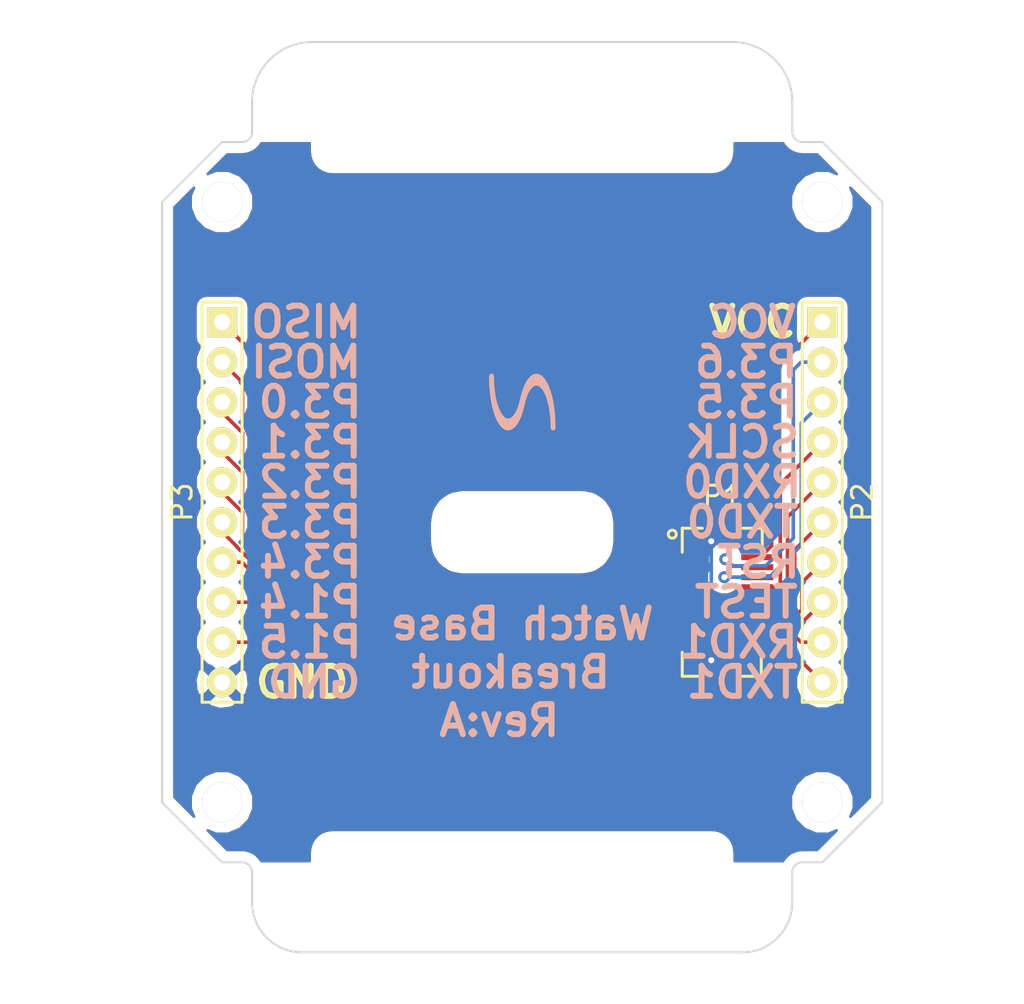
<source format=kicad_pcb>
(kicad_pcb (version 20171130) (host pcbnew "(5.1.12)-1")

  (general
    (thickness 1)
    (drawings 66)
    (tracks 143)
    (zones 0)
    (modules 8)
    (nets 21)
  )

  (page A4)
  (layers
    (0 F.Cu signal)
    (31 B.Cu signal)
    (32 B.Adhes user)
    (33 F.Adhes user hide)
    (34 B.Paste user)
    (35 F.Paste user hide)
    (36 B.SilkS user)
    (37 F.SilkS user)
    (38 B.Mask user)
    (39 F.Mask user)
    (40 Dwgs.User user)
    (41 Cmts.User user)
    (42 Eco1.User user)
    (43 Eco2.User user)
    (44 Edge.Cuts user)
    (45 Margin user)
    (46 B.CrtYd user)
    (47 F.CrtYd user)
    (48 B.Fab user)
    (49 F.Fab user)
  )

  (setup
    (last_trace_width 0.18)
    (trace_clearance 0.18)
    (zone_clearance 0.508)
    (zone_45_only no)
    (trace_min 0.18)
    (via_size 0.6)
    (via_drill 0.3)
    (via_min_size 0.6)
    (via_min_drill 0.3)
    (uvia_size 0.508)
    (uvia_drill 0.127)
    (uvias_allowed no)
    (uvia_min_size 0.508)
    (uvia_min_drill 0.127)
    (edge_width 0.1)
    (segment_width 0.2)
    (pcb_text_width 0.3)
    (pcb_text_size 1.5 1.5)
    (mod_edge_width 0.15)
    (mod_text_size 1 1)
    (mod_text_width 0.15)
    (pad_size 1.5 1.5)
    (pad_drill 0.8)
    (pad_to_mask_clearance 0)
    (aux_axis_origin 140 100)
    (visible_elements 7FFFFFFF)
    (pcbplotparams
      (layerselection 0x010f0_80000001)
      (usegerberextensions true)
      (usegerberattributes true)
      (usegerberadvancedattributes true)
      (creategerberjobfile true)
      (excludeedgelayer false)
      (linewidth 0.300000)
      (plotframeref false)
      (viasonmask false)
      (mode 1)
      (useauxorigin true)
      (hpglpennumber 1)
      (hpglpenspeed 20)
      (hpglpendiameter 15.000000)
      (psnegative false)
      (psa4output false)
      (plotreference true)
      (plotvalue true)
      (plotinvisibletext false)
      (padsonsilk false)
      (subtractmaskfromsilk false)
      (outputformat 1)
      (mirror false)
      (drillshape 0)
      (scaleselection 1)
      (outputdirectory "gerb/"))
  )

  (net 0 "")
  (net 1 GND)
  (net 2 +3.3V)
  (net 3 "Net-(P1-Pad2)")
  (net 4 "Net-(P1-Pad3)")
  (net 5 "Net-(P1-Pad4)")
  (net 6 "Net-(P1-Pad5)")
  (net 7 "Net-(P1-Pad6)")
  (net 8 "Net-(P1-Pad7)")
  (net 9 "Net-(P1-Pad8)")
  (net 10 "Net-(P1-Pad9)")
  (net 11 "Net-(P1-Pad10)")
  (net 12 "Net-(P1-Pad11)")
  (net 13 "Net-(P1-Pad12)")
  (net 14 "Net-(P1-Pad13)")
  (net 15 "Net-(P1-Pad14)")
  (net 16 "Net-(P1-Pad15)")
  (net 17 "Net-(P1-Pad16)")
  (net 18 "Net-(P1-Pad17)")
  (net 19 "Net-(P1-Pad18)")
  (net 20 "Net-(P1-Pad19)")

  (net_class Default "これは標準のネット クラスです。"
    (clearance 0.18)
    (trace_width 0.18)
    (via_dia 0.6)
    (via_drill 0.3)
    (uvia_dia 0.508)
    (uvia_drill 0.127)
    (add_net +3.3V)
    (add_net GND)
    (add_net "Net-(P1-Pad10)")
    (add_net "Net-(P1-Pad11)")
    (add_net "Net-(P1-Pad12)")
    (add_net "Net-(P1-Pad13)")
    (add_net "Net-(P1-Pad14)")
    (add_net "Net-(P1-Pad15)")
    (add_net "Net-(P1-Pad16)")
    (add_net "Net-(P1-Pad17)")
    (add_net "Net-(P1-Pad18)")
    (add_net "Net-(P1-Pad19)")
    (add_net "Net-(P1-Pad2)")
    (add_net "Net-(P1-Pad3)")
    (add_net "Net-(P1-Pad4)")
    (add_net "Net-(P1-Pad5)")
    (add_net "Net-(P1-Pad6)")
    (add_net "Net-(P1-Pad7)")
    (add_net "Net-(P1-Pad8)")
    (add_net "Net-(P1-Pad9)")
  )

  (module Drill:Drill_M2 (layer F.Cu) (tedit 54F6D000) (tstamp 55029318)
    (at 155 85)
    (fp_text reference Drill_M2 (at 0 2) (layer F.SilkS) hide
      (effects (font (size 1 1) (thickness 0.1)))
    )
    (fp_text value VAL** (at 0 -3) (layer F.SilkS) hide
      (effects (font (size 1 1) (thickness 0.1)))
    )
    (pad "" thru_hole circle (at 0 0) (size 2 2) (drill 2) (layers *.Cu *.Mask F.SilkS))
  )

  (module Drill:Drill_M2 (layer F.Cu) (tedit 54F6D000) (tstamp 55029321)
    (at 125 85)
    (fp_text reference Drill_M2 (at 0 2) (layer F.SilkS) hide
      (effects (font (size 1 1) (thickness 0.1)))
    )
    (fp_text value VAL** (at 0 -3) (layer F.SilkS) hide
      (effects (font (size 1 1) (thickness 0.1)))
    )
    (pad "" thru_hole circle (at 0 0) (size 2 2) (drill 2) (layers *.Cu *.Mask F.SilkS))
  )

  (module Drill:Drill_M2 (layer F.Cu) (tedit 54F6D000) (tstamp 5502932A)
    (at 125 115)
    (fp_text reference Drill_M2 (at 0 2) (layer F.SilkS) hide
      (effects (font (size 1 1) (thickness 0.1)))
    )
    (fp_text value VAL** (at 0 -3) (layer F.SilkS) hide
      (effects (font (size 1 1) (thickness 0.1)))
    )
    (pad "" thru_hole circle (at 0 0) (size 2 2) (drill 2) (layers *.Cu *.Mask F.SilkS))
  )

  (module Drill:Drill_M2 (layer F.Cu) (tedit 54F6D000) (tstamp 55029333)
    (at 155 115)
    (fp_text reference Drill_M2 (at 0 2) (layer F.SilkS) hide
      (effects (font (size 1 1) (thickness 0.1)))
    )
    (fp_text value VAL** (at 0 -3) (layer F.SilkS) hide
      (effects (font (size 1 1) (thickness 0.1)))
    )
    (pad "" thru_hole circle (at 0 0) (size 2 2) (drill 2) (layers *.Cu *.Mask F.SilkS))
  )

  (module "CONN_DF12:DF12_20(B)_metal" (layer F.Cu) (tedit 5502B5D0) (tstamp 55079A70)
    (at 150 105)
    (path /55028AC7)
    (fp_text reference P1 (at 0 -5.3) (layer F.SilkS)
      (effects (font (size 1 1) (thickness 0.15)))
    )
    (fp_text value "DF12#-20DP(86)" (at 0 1.5 90) (layer Dwgs.User) hide
      (effects (font (size 0.5 0.5) (thickness 0.1)))
    )
    (fp_line (start -2 -3.7) (end -1 -3.7) (layer F.SilkS) (width 0.15))
    (fp_line (start -2 -2.5) (end -2 -3.7) (layer F.SilkS) (width 0.15))
    (fp_line (start 2 -3.7) (end 2 -2.5) (layer F.SilkS) (width 0.15))
    (fp_line (start 1 -3.7) (end 2 -3.7) (layer F.SilkS) (width 0.15))
    (fp_line (start 1.9 3.7) (end 1 3.7) (layer F.SilkS) (width 0.15))
    (fp_line (start 1.95 2.5) (end 1.95 3.7) (layer F.SilkS) (width 0.15))
    (fp_line (start -2 3.7) (end -1 3.7) (layer F.SilkS) (width 0.15))
    (fp_line (start -2 2.5) (end -2 3.7) (layer F.SilkS) (width 0.15))
    (fp_circle (center -2.5 -3.4) (end -2.5 -3.2) (layer F.SilkS) (width 0.15))
    (pad 21 smd trapezoid (at 0 -4 270) (size 0.8 1.8) (layers F.Cu F.Paste F.Mask)
      (net 1 GND))
    (pad 22 smd trapezoid (at 0 4 270) (size 0.8 1.8) (layers F.Cu F.Paste F.Mask)
      (net 1 GND))
    (pad 1 smd trapezoid (at 1.75 -2.25 270) (size 0.3 1.6) (layers F.Cu F.Paste F.Mask)
      (net 2 +3.3V))
    (pad 2 smd trapezoid (at -1.75 -2.25 270) (size 0.3 1.6) (layers F.Cu F.Paste F.Mask)
      (net 3 "Net-(P1-Pad2)"))
    (pad 3 smd trapezoid (at 1.75 -1.75 270) (size 0.3 1.6) (layers F.Cu F.Paste F.Mask)
      (net 4 "Net-(P1-Pad3)"))
    (pad 4 smd trapezoid (at -1.75 -1.75 270) (size 0.3 1.6) (layers F.Cu F.Paste F.Mask)
      (net 5 "Net-(P1-Pad4)"))
    (pad 5 smd trapezoid (at 1.75 -1.25 270) (size 0.3 1.6) (layers F.Cu F.Paste F.Mask)
      (net 6 "Net-(P1-Pad5)"))
    (pad 6 smd trapezoid (at -1.75 -1.25 270) (size 0.3 1.6) (layers F.Cu F.Paste F.Mask)
      (net 7 "Net-(P1-Pad6)"))
    (pad 7 smd trapezoid (at 1.75 -0.75 270) (size 0.3 1.6) (layers F.Cu F.Paste F.Mask)
      (net 8 "Net-(P1-Pad7)"))
    (pad 8 smd trapezoid (at -1.75 -0.75 270) (size 0.3 1.6) (layers F.Cu F.Paste F.Mask)
      (net 9 "Net-(P1-Pad8)"))
    (pad 9 smd trapezoid (at 1.75 -0.25 270) (size 0.3 1.6) (layers F.Cu F.Paste F.Mask)
      (net 10 "Net-(P1-Pad9)"))
    (pad 10 smd trapezoid (at -1.75 -0.25 270) (size 0.3 1.6) (layers F.Cu F.Paste F.Mask)
      (net 11 "Net-(P1-Pad10)"))
    (pad 11 smd trapezoid (at 1.75 0.25 270) (size 0.3 1.6) (layers F.Cu F.Paste F.Mask)
      (net 12 "Net-(P1-Pad11)"))
    (pad 12 smd trapezoid (at -1.75 0.25 270) (size 0.3 1.6) (layers F.Cu F.Paste F.Mask)
      (net 13 "Net-(P1-Pad12)"))
    (pad 13 smd trapezoid (at 1.75 0.75 270) (size 0.3 1.6) (layers F.Cu F.Paste F.Mask)
      (net 14 "Net-(P1-Pad13)"))
    (pad 14 smd trapezoid (at -1.75 0.75 270) (size 0.3 1.6) (layers F.Cu F.Paste F.Mask)
      (net 15 "Net-(P1-Pad14)"))
    (pad 15 smd trapezoid (at 1.75 1.25 270) (size 0.3 1.6) (layers F.Cu F.Paste F.Mask)
      (net 16 "Net-(P1-Pad15)"))
    (pad 16 smd trapezoid (at -1.75 1.25 270) (size 0.3 1.6) (layers F.Cu F.Paste F.Mask)
      (net 17 "Net-(P1-Pad16)"))
    (pad 17 smd trapezoid (at 1.75 1.75 270) (size 0.3 1.6) (layers F.Cu F.Paste F.Mask)
      (net 18 "Net-(P1-Pad17)"))
    (pad 18 smd trapezoid (at -1.75 1.75 270) (size 0.3 1.6) (layers F.Cu F.Paste F.Mask)
      (net 19 "Net-(P1-Pad18)"))
    (pad 19 smd trapezoid (at 1.75 2.25 270) (size 0.3 1.6) (layers F.Cu F.Paste F.Mask)
      (net 20 "Net-(P1-Pad19)"))
    (pad 20 smd trapezoid (at -1.75 2.25 270) (size 0.3 1.6) (layers F.Cu F.Paste F.Mask)
      (net 1 GND))
  )

  (module CONN_2m:P1-10_2mm (layer F.Cu) (tedit 5507991E) (tstamp 55079A82)
    (at 155 100 270)
    (path /5507961B)
    (fp_text reference P2 (at 0 -2 270) (layer F.SilkS)
      (effects (font (size 1 1) (thickness 0.15)))
    )
    (fp_text value CONN_10 (at 0 2 270) (layer Dwgs.User) hide
      (effects (font (size 1 1) (thickness 0.15)))
    )
    (fp_line (start -10 1) (end -10 -1) (layer F.SilkS) (width 0.15))
    (fp_line (start 10 1) (end -10 1) (layer F.SilkS) (width 0.15))
    (fp_line (start 10 -1) (end 10 1) (layer F.SilkS) (width 0.15))
    (fp_line (start -10 -1) (end 10 -1) (layer F.SilkS) (width 0.15))
    (pad 1 thru_hole trapezoid (at -9 0 270) (size 1.5 1.5) (drill 0.8) (layers *.Cu *.Mask F.SilkS)
      (net 2 +3.3V))
    (pad 3 thru_hole circle (at -5 0 270) (size 1.5 1.5) (drill 0.8) (layers *.Cu *.Mask F.SilkS)
      (net 6 "Net-(P1-Pad5)"))
    (pad 4 thru_hole circle (at -3 0 270) (size 1.5 1.5) (drill 0.8) (layers *.Cu *.Mask F.SilkS)
      (net 8 "Net-(P1-Pad7)"))
    (pad 5 thru_hole circle (at -1 0 270) (size 1.5 1.5) (drill 0.8) (layers *.Cu *.Mask F.SilkS)
      (net 10 "Net-(P1-Pad9)"))
    (pad 6 thru_hole circle (at 1 0 270) (size 1.5 1.5) (drill 0.8) (layers *.Cu *.Mask F.SilkS)
      (net 12 "Net-(P1-Pad11)"))
    (pad 7 thru_hole circle (at 3 0 270) (size 1.5 1.5) (drill 0.8) (layers *.Cu *.Mask F.SilkS)
      (net 14 "Net-(P1-Pad13)"))
    (pad 8 thru_hole circle (at 5 0 270) (size 1.5 1.5) (drill 0.8) (layers *.Cu *.Mask F.SilkS)
      (net 16 "Net-(P1-Pad15)"))
    (pad 9 thru_hole circle (at 7 0 270) (size 1.5 1.5) (drill 0.8) (layers *.Cu *.Mask F.SilkS)
      (net 18 "Net-(P1-Pad17)"))
    (pad 10 thru_hole circle (at 9 0 270) (size 1.5 1.5) (drill 0.8) (layers *.Cu *.Mask F.SilkS)
      (net 20 "Net-(P1-Pad19)"))
    (pad 2 thru_hole circle (at -7 0 270) (size 1.5 1.5) (drill 0.8) (layers *.Cu *.Mask F.SilkS)
      (net 4 "Net-(P1-Pad3)"))
  )

  (module CONN_2m:P1-10_2mm (layer F.Cu) (tedit 550A64BA) (tstamp 55079A94)
    (at 125 100 270)
    (path /550796AA)
    (fp_text reference P3 (at 0 2 270) (layer F.SilkS)
      (effects (font (size 1 1) (thickness 0.15)))
    )
    (fp_text value CONN_10 (at 0 2 270) (layer Dwgs.User) hide
      (effects (font (size 1 1) (thickness 0.15)))
    )
    (fp_line (start -10 1) (end -10 -1) (layer F.SilkS) (width 0.15))
    (fp_line (start 10 1) (end -10 1) (layer F.SilkS) (width 0.15))
    (fp_line (start 10 -1) (end 10 1) (layer F.SilkS) (width 0.15))
    (fp_line (start -10 -1) (end 10 -1) (layer F.SilkS) (width 0.15))
    (pad 1 thru_hole trapezoid (at -9 0 270) (size 1.5 1.5) (drill 0.8) (layers *.Cu *.Mask F.SilkS)
      (net 3 "Net-(P1-Pad2)"))
    (pad 3 thru_hole circle (at -5 0 270) (size 1.5 1.5) (drill 0.8) (layers *.Cu *.Mask F.SilkS)
      (net 7 "Net-(P1-Pad6)"))
    (pad 4 thru_hole circle (at -3 0 270) (size 1.5 1.5) (drill 0.8) (layers *.Cu *.Mask F.SilkS)
      (net 9 "Net-(P1-Pad8)"))
    (pad 5 thru_hole circle (at -1 0 270) (size 1.5 1.5) (drill 0.8) (layers *.Cu *.Mask F.SilkS)
      (net 11 "Net-(P1-Pad10)"))
    (pad 6 thru_hole circle (at 1 0 270) (size 1.5 1.5) (drill 0.8) (layers *.Cu *.Mask F.SilkS)
      (net 13 "Net-(P1-Pad12)"))
    (pad 7 thru_hole circle (at 3 0 270) (size 1.5 1.5) (drill 0.8) (layers *.Cu *.Mask F.SilkS)
      (net 15 "Net-(P1-Pad14)"))
    (pad 8 thru_hole circle (at 5 0 270) (size 1.5 1.5) (drill 0.8) (layers *.Cu *.Mask F.SilkS)
      (net 17 "Net-(P1-Pad16)"))
    (pad 9 thru_hole circle (at 7 0 270) (size 1.5 1.5) (drill 0.8) (layers *.Cu *.Mask F.SilkS)
      (net 19 "Net-(P1-Pad18)"))
    (pad 10 thru_hole circle (at 9 0 270) (size 1.5 1.5) (drill 0.8) (layers *.Cu *.Mask F.SilkS)
      (net 1 GND))
    (pad 2 thru_hole circle (at -7 0 270) (size 1.5 1.5) (drill 0.8) (layers *.Cu *.Mask F.SilkS)
      (net 5 "Net-(P1-Pad4)"))
  )

  (module LOGO:N_LOGO_3mm (layer B.Cu) (tedit 550A85D9) (tstamp 550A8B9F)
    (at 140 95)
    (fp_text reference G*** (at 0 0) (layer B.SilkS) hide
      (effects (font (size 1.524 1.524) (thickness 0.3)) (justify mirror))
    )
    (fp_text value LOGO (at 0.75 0) (layer Dwgs.User) hide
      (effects (font (size 1.524 1.524) (thickness 0.3)))
    )
    (fp_poly (pts (xy 1.614192 1.231634) (xy 1.614115 1.184196) (xy 1.613734 1.130427) (xy 1.613083 1.072976)
      (xy 1.6122 1.014491) (xy 1.611121 0.957623) (xy 1.609881 0.90502) (xy 1.608518 0.859332)
      (xy 1.607066 0.823206) (xy 1.605562 0.799293) (xy 1.605221 0.795867) (xy 1.603244 0.774632)
      (xy 1.600663 0.741834) (xy 1.597883 0.702812) (xy 1.596351 0.679589) (xy 1.59375 0.641569)
      (xy 1.591193 0.608816) (xy 1.589041 0.585724) (xy 1.588032 0.577989) (xy 1.586019 0.562736)
      (xy 1.583202 0.535855) (xy 1.580123 0.502596) (xy 1.579494 0.4953) (xy 1.576359 0.460257)
      (xy 1.57332 0.429407) (xy 1.570957 0.408582) (xy 1.570656 0.4064) (xy 1.567809 0.385275)
      (xy 1.564171 0.356312) (xy 1.562556 0.3429) (xy 1.55882 0.313341) (xy 1.55517 0.287512)
      (xy 1.553866 0.2794) (xy 1.550508 0.257577) (xy 1.546613 0.228961) (xy 1.5455 0.220134)
      (xy 1.537805 0.165226) (xy 1.528104 0.110067) (xy 1.524231 0.087445) (xy 1.519942 0.059412)
      (xy 1.519317 0.055034) (xy 1.515409 0.030083) (xy 1.511761 0.011104) (xy 1.511111 0.008467)
      (xy 1.507174 -0.008947) (xy 1.503225 -0.029633) (xy 1.498686 -0.054133) (xy 1.495066 -0.071966)
      (xy 1.491472 -0.088522) (xy 1.485583 -0.115792) (xy 1.478659 -0.147934) (xy 1.478518 -0.14859)
      (xy 1.469506 -0.190418) (xy 1.462964 -0.220442) (xy 1.457814 -0.243416) (xy 1.452977 -0.264093)
      (xy 1.447374 -0.287227) (xy 1.443091 -0.304692) (xy 1.435437 -0.333209) (xy 1.42849 -0.354569)
      (xy 1.423883 -0.363958) (xy 1.419408 -0.374562) (xy 1.416035 -0.394739) (xy 1.415776 -0.397603)
      (xy 1.412569 -0.418542) (xy 1.407901 -0.4309) (xy 1.407309 -0.43147) (xy 1.401217 -0.442786)
      (xy 1.398878 -0.452966) (xy 1.394382 -0.472767) (xy 1.385266 -0.504038) (xy 1.372672 -0.543536)
      (xy 1.357743 -0.588015) (xy 1.34162 -0.634232) (xy 1.325446 -0.678943) (xy 1.310363 -0.718904)
      (xy 1.297513 -0.750871) (xy 1.288039 -0.7716) (xy 1.28486 -0.776816) (xy 1.280039 -0.785918)
      (xy 1.281401 -0.7874) (xy 1.280441 -0.794188) (xy 1.27304 -0.811934) (xy 1.261574 -0.835265)
      (xy 1.249453 -0.861479) (xy 1.242492 -0.882326) (xy 1.242027 -0.892415) (xy 1.243305 -0.89763)
      (xy 1.241088 -0.896124) (xy 1.234653 -0.900433) (xy 1.223008 -0.916794) (xy 1.208327 -0.94202)
      (xy 1.203493 -0.951158) (xy 1.143102 -1.056279) (xy 1.078015 -1.147743) (xy 1.008904 -1.224861)
      (xy 0.936436 -1.28694) (xy 0.861284 -1.333291) (xy 0.812269 -1.354318) (xy 0.763764 -1.36555)
      (xy 0.707574 -1.369094) (xy 0.650442 -1.365165) (xy 0.59911 -1.353974) (xy 0.580531 -1.346996)
      (xy 0.505003 -1.304742) (xy 0.431957 -1.245938) (xy 0.361533 -1.170803) (xy 0.293876 -1.079558)
      (xy 0.229125 -0.972424) (xy 0.167424 -0.849621) (xy 0.108914 -0.711369) (xy 0.084667 -0.643924)
      (xy 0.084667 0.046567) (xy 0.080433 0.0508) (xy 0.0762 0.046567) (xy 0.080433 0.042334)
      (xy 0.084667 0.046567) (xy 0.084667 -0.643924) (xy 0.053736 -0.557889) (xy 0.034898 -0.499533)
      (xy 0.019273 -0.448942) (xy 0.005541 -0.402934) (xy -0.005269 -0.365049) (xy -0.012127 -0.338824)
      (xy -0.013119 -0.334433) (xy -0.015733 -0.323135) (xy -0.021403 -0.299165) (xy -0.029228 -0.266316)
      (xy -0.036226 -0.237066) (xy -0.047688 -0.189127) (xy -0.060982 -0.133334) (xy -0.074055 -0.078315)
      (xy -0.080576 -0.0508) (xy -0.118077 0.091479) (xy -0.16115 0.225866) (xy -0.209124 0.350921)
      (xy -0.261327 0.465204) (xy -0.317087 0.567276) (xy -0.375733 0.655697) (xy -0.436593 0.729027)
      (xy -0.451482 0.744249) (xy -0.488183 0.779216) (xy -0.518473 0.804432) (xy -0.546912 0.823045)
      (xy -0.578065 0.838198) (xy -0.601002 0.847333) (xy -0.669852 0.86481) (xy -0.738458 0.865486)
      (xy -0.806041 0.849485) (xy -0.871824 0.816932) (xy -0.896298 0.800167) (xy -0.907399 0.790475)
      (xy -0.926808 0.772182) (xy -0.950915 0.748712) (xy -0.958865 0.740834) (xy -1.010477 0.682157)
      (xy -1.062249 0.609532) (xy -1.112511 0.525843) (xy -1.15959 0.433975) (xy -1.201815 0.336813)
      (xy -1.218799 0.2921) (xy -1.231311 0.257627) (xy -1.241963 0.228325) (xy -1.24921 0.208447)
      (xy -1.251135 0.2032) (xy -1.256397 0.188124) (xy -1.257627 0.18415) (xy -1.261123 0.175684)
      (xy -1.264164 0.166788) (xy -1.266725 0.156634) (xy -1.273717 0.127834) (xy -1.277765 0.115087)
      (xy -1.278467 0.1143) (xy -1.2813 0.107529) (xy -1.282929 0.1016) (xy -1.286784 0.087001)
      (xy -1.293564 0.062047) (xy -1.300155 0.0381) (xy -1.307829 0.010018) (xy -1.31359 -0.011724)
      (xy -1.315908 -0.021166) (xy -1.319767 -0.035753) (xy -1.323101 -0.046566) (xy -1.332109 -0.079973)
      (xy -1.338783 -0.114922) (xy -1.340838 -0.13335) (xy -1.344123 -0.148243) (xy -1.348317 -0.1524)
      (xy -1.353119 -0.158153) (xy -1.352989 -0.15875) (xy -1.353706 -0.169385) (xy -1.357031 -0.192549)
      (xy -1.362347 -0.224146) (xy -1.365459 -0.2413) (xy -1.372407 -0.279252) (xy -1.378668 -0.314385)
      (xy -1.383203 -0.340845) (xy -1.384216 -0.347133) (xy -1.388636 -0.374214) (xy -1.392813 -0.39785)
      (xy -1.392829 -0.397933) (xy -1.397391 -0.426044) (xy -1.402787 -0.465472) (xy -1.408279 -0.510673)
      (xy -1.410308 -0.528876) (xy -1.413571 -0.55389) (xy -1.416994 -0.572966) (xy -1.417621 -0.575443)
      (xy -1.419953 -0.589528) (xy -1.422947 -0.615642) (xy -1.426066 -0.648923) (xy -1.427011 -0.6604)
      (xy -1.42994 -0.695086) (xy -1.43272 -0.724307) (xy -1.434873 -0.74314) (xy -1.43535 -0.746162)
      (xy -1.437543 -0.764625) (xy -1.440074 -0.797329) (xy -1.442816 -0.84159) (xy -1.445644 -0.894723)
      (xy -1.44843 -0.954041) (xy -1.451048 -1.016861) (xy -1.453373 -1.080496) (xy -1.455277 -1.142262)
      (xy -1.456607 -1.198033) (xy -1.459161 -1.257358) (xy -1.464491 -1.301771) (xy -1.473047 -1.333134)
      (xy -1.485282 -1.353306) (xy -1.496359 -1.361808) (xy -1.52482 -1.368954) (xy -1.557556 -1.365963)
      (xy -1.572085 -1.360956) (xy -1.583686 -1.3527) (xy -1.592757 -1.338527) (xy -1.599486 -1.316789)
      (xy -1.604058 -1.285839) (xy -1.606663 -1.244029) (xy -1.607487 -1.189712) (xy -1.606718 -1.12124)
      (xy -1.605434 -1.06772) (xy -1.603691 -1.007439) (xy -1.601857 -0.949413) (xy -1.600047 -0.896925)
      (xy -1.598377 -0.853258) (xy -1.596962 -0.821698) (xy -1.59642 -0.812008) (xy -1.591536 -0.738605)
      (xy -1.586343 -0.667878) (xy -1.58111 -0.603063) (xy -1.576103 -0.547398) (xy -1.571587 -0.504119)
      (xy -1.569987 -0.491066) (xy -1.567543 -0.470613) (xy -1.564306 -0.441381) (xy -1.562323 -0.422641)
      (xy -1.558953 -0.391257) (xy -1.555622 -0.363517) (xy -1.551432 -0.332349) (xy -1.546303 -0.296333)
      (xy -1.542474 -0.269046) (xy -1.538031 -0.236368) (xy -1.536614 -0.225717) (xy -1.532591 -0.197301)
      (xy -1.528746 -0.173321) (xy -1.527465 -0.166451) (xy -1.523928 -0.145994) (xy -1.520032 -0.119183)
      (xy -1.519393 -0.1143) (xy -1.5157 -0.089327) (xy -1.512046 -0.070345) (xy -1.511365 -0.067733)
      (xy -1.507554 -0.050921) (xy -1.503287 -0.027252) (xy -1.502991 -0.0254) (xy -1.498805 -0.000207)
      (xy -1.493867 0.026439) (xy -1.487386 0.058472) (xy -1.478572 0.099823) (xy -1.46894 0.143934)
      (xy -1.461721 0.176948) (xy -1.455605 0.205198) (xy -1.45179 0.223141) (xy -1.451538 0.224367)
      (xy -1.448414 0.236893) (xy -1.441662 0.262377) (xy -1.4322 0.297464) (xy -1.420944 0.3388)
      (xy -1.408812 0.38303) (xy -1.396719 0.426799) (xy -1.385584 0.466752) (xy -1.376324 0.499534)
      (xy -1.342651 0.605413) (xy -1.302279 0.71207) (xy -1.256559 0.8169) (xy -1.206841 0.917292)
      (xy -1.154476 1.010641) (xy -1.100816 1.094339) (xy -1.047211 1.165777) (xy -1.009018 1.208556)
      (xy -0.945672 1.267435) (xy -0.885019 1.311006) (xy -0.825065 1.340235) (xy -0.763817 1.356088)
      (xy -0.699283 1.35953) (xy -0.697425 1.359457) (xy -0.655701 1.357266) (xy -0.624851 1.353737)
      (xy -0.598817 1.347363) (xy -0.571542 1.336637) (xy -0.536967 1.320048) (xy -0.534799 1.318969)
      (xy -0.490162 1.29133) (xy -0.440871 1.251574) (xy -0.38994 1.202679) (xy -0.340384 1.147625)
      (xy -0.295217 1.089391) (xy -0.279666 1.0668) (xy -0.261338 1.037723) (xy -0.240291 1.002053)
      (xy -0.217901 0.962405) (xy -0.195544 0.921397) (xy -0.174595 0.881644) (xy -0.15643 0.845763)
      (xy -0.142424 0.816371) (xy -0.133954 0.796083) (xy -0.132395 0.787517) (xy -0.132759 0.7874)
      (xy -0.132458 0.782207) (xy -0.128106 0.776033) (xy -0.119946 0.76125) (xy -0.107835 0.732839)
      (xy -0.092645 0.693402) (xy -0.075249 0.645542) (xy -0.056518 0.591862) (xy -0.037327 0.534964)
      (xy -0.018547 0.477452) (xy -0.001052 0.421928) (xy 0.014287 0.370995) (xy 0.026597 0.327257)
      (xy 0.035004 0.293315) (xy 0.036975 0.283634) (xy 0.042057 0.259115) (xy 0.049003 0.228994)
      (xy 0.051174 0.220134) (xy 0.057526 0.19432) (xy 0.06233 0.174172) (xy 0.063422 0.169334)
      (xy 0.066669 0.154868) (xy 0.072449 0.129601) (xy 0.07891 0.1016) (xy 0.086404 0.067757)
      (xy 0.092877 0.035937) (xy 0.096279 0.016934) (xy 0.102746 -0.013425) (xy 0.114304 -0.056421)
      (xy 0.129941 -0.108896) (xy 0.148647 -0.167692) (xy 0.169409 -0.229651) (xy 0.191215 -0.291613)
      (xy 0.213054 -0.350423) (xy 0.218324 -0.364066) (xy 0.225518 -0.38308) (xy 0.229258 -0.3937)
      (xy 0.236271 -0.41011) (xy 0.249898 -0.437645) (xy 0.268234 -0.472795) (xy 0.289372 -0.512053)
      (xy 0.311407 -0.551909) (xy 0.332432 -0.588854) (xy 0.350542 -0.61938) (xy 0.359906 -0.634208)
      (xy 0.407815 -0.698701) (xy 0.461207 -0.756256) (xy 0.51753 -0.804751) (xy 0.574232 -0.842062)
      (xy 0.628761 -0.866064) (xy 0.643467 -0.870153) (xy 0.679079 -0.874363) (xy 0.723054 -0.87357)
      (xy 0.767742 -0.868269) (xy 0.803117 -0.859771) (xy 0.856142 -0.835595) (xy 0.911374 -0.798743)
      (xy 0.964842 -0.752307) (xy 1.012581 -0.699376) (xy 1.018052 -0.69232) (xy 1.037262 -0.667482)
      (xy 1.056217 -0.64353) (xy 1.068963 -0.62527) (xy 1.075155 -0.61165) (xy 1.075267 -0.610494)
      (xy 1.079753 -0.6015) (xy 1.081617 -0.601067) (xy 1.089683 -0.594293) (xy 1.09708 -0.582017)
      (xy 1.105021 -0.566007) (xy 1.118338 -0.539684) (xy 1.134631 -0.507781) (xy 1.141042 -0.4953)
      (xy 1.15879 -0.46003) (xy 1.175215 -0.426046) (xy 1.187451 -0.399317) (xy 1.189837 -0.3937)
      (xy 1.20236 -0.365215) (xy 1.215326 -0.338472) (xy 1.217454 -0.334433) (xy 1.22652 -0.31615)
      (xy 1.230477 -0.305282) (xy 1.230474 -0.3048) (xy 1.230556 -0.300033) (xy 1.232744 -0.291248)
      (xy 1.238139 -0.274955) (xy 1.247845 -0.247664) (xy 1.2532 -0.232833) (xy 1.263333 -0.204199)
      (xy 1.271202 -0.180826) (xy 1.274674 -0.169333) (xy 1.278291 -0.15593) (xy 1.285388 -0.130654)
      (xy 1.294726 -0.097897) (xy 1.299749 -0.080433) (xy 1.309762 -0.045608) (xy 1.318186 -0.016114)
      (xy 1.32377 0.003658) (xy 1.325089 0.008467) (xy 1.330243 0.029302) (xy 1.337554 0.060455)
      (xy 1.345599 0.095693) (xy 1.352953 0.128785) (xy 1.357972 0.1524) (xy 1.36343 0.178599)
      (xy 1.366899 0.194734) (xy 1.371068 0.215136) (xy 1.376659 0.244152) (xy 1.380067 0.262467)
      (xy 1.38546 0.291704) (xy 1.39004 0.316205) (xy 1.391903 0.325967) (xy 1.394667 0.342155)
      (xy 1.399002 0.369729) (xy 1.404068 0.403314) (xy 1.405147 0.410634) (xy 1.410283 0.445552)
      (xy 1.41483 0.476329) (xy 1.417935 0.497197) (xy 1.418287 0.499534) (xy 1.420926 0.519553)
      (xy 1.424364 0.548894) (xy 1.426826 0.5715) (xy 1.430263 0.60289) (xy 1.433504 0.630363)
      (xy 1.43522 0.643467) (xy 1.437374 0.661935) (xy 1.440285 0.691452) (xy 1.443383 0.726185)
      (xy 1.443902 0.732367) (xy 1.44701 0.768998) (xy 1.450003 0.802971) (xy 1.452291 0.827603)
      (xy 1.452502 0.829734) (xy 1.453746 0.847633) (xy 1.455372 0.879118) (xy 1.457231 0.920847)
      (xy 1.459172 0.969481) (xy 1.460854 1.016) (xy 1.463492 1.091967) (xy 1.465691 1.152875)
      (xy 1.467549 1.200592) (xy 1.469163 1.236983) (xy 1.470629 1.263915) (xy 1.472043 1.283255)
      (xy 1.473504 1.296869) (xy 1.475107 1.306624) (xy 1.476171 1.311376) (xy 1.490273 1.34016)
      (xy 1.51298 1.357687) (xy 1.540299 1.364012) (xy 1.568235 1.359195) (xy 1.592794 1.343288)
      (xy 1.609981 1.316349) (xy 1.612231 1.309471) (xy 1.613286 1.296921) (xy 1.613927 1.270092)
      (xy 1.614192 1.231634)) (layer B.SilkS) (width 0.1))
  )

  (gr_line (start 165 125) (end 165 100) (angle 90) (layer Cmts.User) (width 0.2))
  (gr_line (start 115 125) (end 165 125) (angle 90) (layer Cmts.User) (width 0.2))
  (gr_line (start 115 100) (end 115 125) (angle 90) (layer Cmts.User) (width 0.2))
  (gr_line (start 115 75) (end 115 100) (angle 90) (layer Cmts.User) (width 0.2))
  (gr_line (start 165 75) (end 115 75) (angle 90) (layer Cmts.User) (width 0.2))
  (gr_line (start 165 100) (end 165 75) (angle 90) (layer Cmts.User) (width 0.2))
  (gr_text "Watch Base\n Breakout\n  Rev:A" (at 140 108.5) (layer B.SilkS)
    (effects (font (size 1.5 1.5) (thickness 0.3)) (justify mirror))
  )
  (gr_text GND (at 129.6 109) (layer B.SilkS)
    (effects (font (size 1.5 1.5) (thickness 0.3)) (justify mirror))
  )
  (gr_text P1.5 (at 129.4 107) (layer B.SilkS)
    (effects (font (size 1.5 1.5) (thickness 0.3)) (justify mirror))
  )
  (gr_text P1.4 (at 129.4 105) (layer B.SilkS)
    (effects (font (size 1.5 1.5) (thickness 0.3)) (justify mirror))
  )
  (gr_text P3.4 (at 129.4 103) (layer B.SilkS)
    (effects (font (size 1.5 1.5) (thickness 0.3)) (justify mirror))
  )
  (gr_text P3.3 (at 129.4 101) (layer B.SilkS)
    (effects (font (size 1.5 1.5) (thickness 0.3)) (justify mirror))
  )
  (gr_text P3.2 (at 129.4 99) (layer B.SilkS)
    (effects (font (size 1.5 1.5) (thickness 0.3)) (justify mirror))
  )
  (gr_text P3.1 (at 129.4 97) (layer B.SilkS)
    (effects (font (size 1.5 1.5) (thickness 0.3)) (justify mirror))
  )
  (gr_text P3.0 (at 129.4 95) (layer B.SilkS)
    (effects (font (size 1.5 1.5) (thickness 0.3)) (justify mirror))
  )
  (gr_text MOSI (at 129.2 93) (layer B.SilkS)
    (effects (font (size 1.5 1.5) (thickness 0.3)) (justify mirror))
  )
  (gr_text MISO (at 129.2 91) (layer B.SilkS)
    (effects (font (size 1.5 1.5) (thickness 0.3)) (justify mirror))
  )
  (gr_text TXD1 (at 151 109) (layer B.SilkS)
    (effects (font (size 1.5 1.5) (thickness 0.3)) (justify mirror))
  )
  (gr_text RXD1 (at 150.8 107) (layer B.SilkS)
    (effects (font (size 1.5 1.5) (thickness 0.3)) (justify mirror))
  )
  (gr_text TEST (at 151.2 105) (layer B.SilkS)
    (effects (font (size 1.5 1.5) (thickness 0.3)) (justify mirror))
  )
  (gr_text RST (at 151.8 103) (layer B.SilkS)
    (effects (font (size 1.5 1.5) (thickness 0.3)) (justify mirror))
  )
  (gr_text TXD0 (at 151 101) (layer B.SilkS)
    (effects (font (size 1.5 1.5) (thickness 0.3)) (justify mirror))
  )
  (gr_text RXD0 (at 151 99) (layer B.SilkS)
    (effects (font (size 1.5 1.5) (thickness 0.3)) (justify mirror))
  )
  (gr_text SCLK (at 151 97) (layer B.SilkS)
    (effects (font (size 1.5 1.5) (thickness 0.3)) (justify mirror))
  )
  (gr_text P3.5 (at 151.2 95) (layer B.SilkS)
    (effects (font (size 1.5 1.5) (thickness 0.3)) (justify mirror))
  )
  (gr_text P3.6 (at 151.2 93) (layer B.SilkS)
    (effects (font (size 1.5 1.5) (thickness 0.3)) (justify mirror))
  )
  (gr_text VCC (at 151.5 91) (layer B.SilkS)
    (effects (font (size 1.5 1.5) (thickness 0.3)) (justify mirror))
  )
  (gr_line (start 126.5 118.5) (end 126.5 120) (angle 90) (layer Edge.Cuts) (width 0.1))
  (gr_line (start 125 118) (end 126 118) (angle 90) (layer Edge.Cuts) (width 0.1))
  (gr_line (start 155 118) (end 154 118) (angle 90) (layer Edge.Cuts) (width 0.1))
  (gr_line (start 153.5 120) (end 153.5 118.5) (angle 90) (layer Edge.Cuts) (width 0.1))
  (gr_line (start 153.5 81.5) (end 153.5 80) (angle 90) (layer Edge.Cuts) (width 0.1))
  (gr_line (start 154 82) (end 155 82) (angle 90) (layer Edge.Cuts) (width 0.1))
  (gr_line (start 125 82) (end 126 82) (angle 90) (layer Edge.Cuts) (width 0.1))
  (gr_line (start 126.5 80) (end 126.5 81.5) (angle 90) (layer Edge.Cuts) (width 0.1))
  (gr_arc (start 126 81.5) (end 126.5 81.5) (angle 90) (layer Edge.Cuts) (width 0.1))
  (gr_arc (start 154 81.5) (end 154 82) (angle 90) (layer Edge.Cuts) (width 0.1))
  (gr_arc (start 154 118.5) (end 153.5 118.5) (angle 90) (layer Edge.Cuts) (width 0.1))
  (gr_arc (start 126 118.5) (end 126 118) (angle 90) (layer Edge.Cuts) (width 0.1))
  (gr_line (start 129.5 77) (end 150.5 77) (angle 90) (layer Edge.Cuts) (width 0.1))
  (gr_line (start 151 122.5) (end 129 122.5) (angle 90) (layer Edge.Cuts) (width 0.1))
  (gr_text VCC (at 151.5 91) (layer F.SilkS)
    (effects (font (size 1.5 1.5) (thickness 0.3)))
  )
  (gr_text GND (at 129 109) (layer F.SilkS)
    (effects (font (size 1.5 1.5) (thickness 0.3)))
  )
  (gr_arc (start 151 120) (end 153.5 120) (angle 90) (layer Edge.Cuts) (width 0.1))
  (gr_arc (start 129 120) (end 129 122.5) (angle 90) (layer Edge.Cuts) (width 0.1))
  (gr_arc (start 150.5 80) (end 150.5 77) (angle 90) (layer Edge.Cuts) (width 0.1))
  (gr_arc (start 129.5 80) (end 126.5 80) (angle 90) (layer Edge.Cuts) (width 0.1))
  (gr_line (start 158 115) (end 155 118) (angle 90) (layer Edge.Cuts) (width 0.1))
  (gr_circle (center 140 100) (end 122 100) (layer Cmts.User) (width 0.2))
  (gr_circle (center 140 92) (end 140 82) (layer Cmts.User) (width 0.2))
  (gr_line (start 140 100) (end 163 100) (angle 90) (layer Cmts.User) (width 0.2))
  (gr_line (start 140 100) (end 114 100) (angle 90) (layer Cmts.User) (width 0.2))
  (gr_line (start 140 101) (end 140 124) (angle 90) (layer Cmts.User) (width 0.2))
  (gr_line (start 140 100) (end 140 78) (angle 90) (layer Cmts.User) (width 0.2))
  (gr_line (start 140 99) (end 140 101) (angle 90) (layer Cmts.User) (width 0.2))
  (gr_line (start 139 100) (end 141 100) (angle 90) (layer Cmts.User) (width 0.2))
  (gr_line (start 122 85) (end 125 82) (angle 90) (layer Edge.Cuts) (width 0.1))
  (gr_line (start 122 115) (end 122 85) (angle 90) (layer Edge.Cuts) (width 0.1))
  (gr_line (start 125 118) (end 122 115) (angle 90) (layer Edge.Cuts) (width 0.1))
  (gr_line (start 158 85) (end 158 115) (angle 90) (layer Edge.Cuts) (width 0.1))
  (gr_line (start 157 84) (end 158 85) (angle 90) (layer Edge.Cuts) (width 0.1))
  (gr_line (start 155 82) (end 157 84) (angle 90) (layer Edge.Cuts) (width 0.1))
  (gr_line (start 155 115) (end 155 85) (angle 90) (layer Cmts.User) (width 0.2))
  (gr_line (start 125 115) (end 155 115) (angle 90) (layer Cmts.User) (width 0.2))
  (gr_line (start 125 85) (end 125 115) (angle 90) (layer Cmts.User) (width 0.2))
  (gr_line (start 155 85) (end 125 85) (angle 90) (layer Cmts.User) (width 0.2))

  (segment (start 125 109) (end 125.659912 108.340088) (width 0.18) (layer F.Cu) (net 1))
  (segment (start 146.132968 108.340088) (end 147.223056 107.25) (width 0.18) (layer F.Cu) (net 1))
  (segment (start 125.659912 108.340088) (end 146.132968 108.340088) (width 0.18) (layer F.Cu) (net 1))
  (segment (start 147.223056 107.25) (end 148.25 107.25) (width 0.18) (layer F.Cu) (net 1))
  (segment (start 148.25 107.25) (end 148.25 108.35) (width 0.18) (layer F.Cu) (net 1))
  (segment (start 148.25 108.35) (end 148.8 108.9) (width 0.18) (layer F.Cu) (net 1))
  (segment (start 148.8 108.9) (end 149.286218 108.9) (width 0.18) (layer F.Cu) (net 1))
  (segment (start 149.286218 108.9) (end 149.393109 109.006891) (width 0.18) (layer F.Cu) (net 1))
  (via (at 149.45 101.95) (size 0.6) (drill 0.3) (layers F.Cu B.Cu) (net 1))
  (segment (start 150 101.4) (end 149.45 101.95) (width 0.18) (layer F.Cu) (net 1))
  (segment (start 150 101) (end 150 101.4) (width 0.18) (layer F.Cu) (net 1))
  (via (at 149.45 107.9) (size 0.6) (drill 0.3) (layers F.Cu B.Cu) (net 1))
  (segment (start 149.45 101.95) (end 149.45 107.9) (width 0.18) (layer B.Cu) (net 1))
  (segment (start 149.45 107.9) (end 149.45 108.45) (width 0.18) (layer F.Cu) (net 1))
  (segment (start 149.45 108.45) (end 150.05 109.05) (width 0.18) (layer F.Cu) (net 1))
  (segment (start 150.05 109.05) (end 150.05 109) (width 0.18) (layer F.Cu) (net 1))
  (segment (start 152.465961 102.184039) (end 152.465961 93.534039) (width 0.18) (layer F.Cu) (net 2))
  (segment (start 151.9 102.75) (end 152.465961 102.184039) (width 0.18) (layer F.Cu) (net 2))
  (segment (start 151.75 102.75) (end 151.9 102.75) (width 0.18) (layer F.Cu) (net 2))
  (segment (start 152.465961 93.534039) (end 155 91) (width 0.18) (layer F.Cu) (net 2))
  (segment (start 148.18401 102.81599) (end 148.25 102.75) (width 0.18) (layer F.Cu) (net 3))
  (segment (start 146.970228 102.81599) (end 148.18401 102.81599) (width 0.18) (layer F.Cu) (net 3))
  (segment (start 127.534041 99.883264) (end 127.534041 101.484041) (width 0.18) (layer F.Cu) (net 3))
  (segment (start 144.686218 105.1) (end 146.970228 102.81599) (width 0.18) (layer F.Cu) (net 3))
  (segment (start 131.15 105.1) (end 144.686218 105.1) (width 0.18) (layer F.Cu) (net 3))
  (segment (start 127.534041 101.484041) (end 131.15 105.1) (width 0.18) (layer F.Cu) (net 3))
  (segment (start 127.174031 99.523255) (end 127.534041 99.883264) (width 0.18) (layer F.Cu) (net 3))
  (segment (start 127.174031 98.032385) (end 127.174031 99.523255) (width 0.18) (layer F.Cu) (net 3))
  (segment (start 126.814021 97.672376) (end 127.174031 98.032385) (width 0.18) (layer F.Cu) (net 3))
  (segment (start 125 91) (end 126.454011 92.454011) (width 0.18) (layer F.Cu) (net 3))
  (segment (start 126.454011 92.454011) (end 126.454011 95.840229) (width 0.18) (layer F.Cu) (net 3))
  (segment (start 126.454011 95.840229) (end 126.814021 96.200239) (width 0.18) (layer F.Cu) (net 3))
  (segment (start 126.814021 96.200239) (end 126.814021 97.672376) (width 0.18) (layer F.Cu) (net 3))
  (segment (start 152.170001 103.179999) (end 150.529999 103.179999) (width 0.18) (layer B.Cu) (net 4))
  (segment (start 153.55 93.38934) (end 153.55 101.8) (width 0.18) (layer B.Cu) (net 4))
  (segment (start 153.93934 93) (end 153.55 93.38934) (width 0.18) (layer B.Cu) (net 4))
  (segment (start 155 93) (end 153.93934 93) (width 0.18) (layer B.Cu) (net 4))
  (segment (start 153.55 101.8) (end 152.170001 103.179999) (width 0.18) (layer B.Cu) (net 4))
  (segment (start 150.15 102.85) (end 150.5 103.2) (width 0.18) (layer F.Cu) (net 4))
  (segment (start 150.529999 103.179999) (end 150.2 102.85) (width 0.18) (layer B.Cu) (net 4))
  (segment (start 150.5 103.2) (end 151.7 103.2) (width 0.18) (layer F.Cu) (net 4))
  (segment (start 150.2 102.85) (end 150.15 102.85) (width 0.18) (layer B.Cu) (net 4))
  (via (at 150.15 102.85) (size 0.6) (drill 0.3) (layers F.Cu B.Cu) (net 4))
  (segment (start 127.174031 101.633162) (end 131.000879 105.46001) (width 0.18) (layer F.Cu) (net 5))
  (segment (start 127.174031 101.614905) (end 127.174031 101.633162) (width 0.18) (layer F.Cu) (net 5))
  (segment (start 127.100031 101.540905) (end 127.174031 101.614905) (width 0.18) (layer F.Cu) (net 5))
  (segment (start 127.100031 100.063036) (end 127.100031 101.540905) (width 0.18) (layer F.Cu) (net 5))
  (segment (start 126.380011 96.380011) (end 126.380011 97.852149) (width 0.18) (layer F.Cu) (net 5))
  (segment (start 147.15 103.25) (end 148.25 103.25) (width 0.18) (layer F.Cu) (net 5))
  (segment (start 144.93999 105.46001) (end 147.15 103.25) (width 0.18) (layer F.Cu) (net 5))
  (segment (start 126.740021 99.703028) (end 127.100031 100.063036) (width 0.18) (layer F.Cu) (net 5))
  (segment (start 126.740021 98.212157) (end 126.740021 99.703028) (width 0.18) (layer F.Cu) (net 5))
  (segment (start 126.380011 97.852149) (end 126.740021 98.212157) (width 0.18) (layer F.Cu) (net 5))
  (segment (start 126.020001 96.020001) (end 126.380011 96.380011) (width 0.18) (layer F.Cu) (net 5))
  (segment (start 126.020001 94.020001) (end 126.020001 96.020001) (width 0.18) (layer F.Cu) (net 5))
  (segment (start 125 93) (end 126.020001 94.020001) (width 0.18) (layer F.Cu) (net 5))
  (segment (start 131.000879 105.46001) (end 144.93999 105.46001) (width 0.18) (layer F.Cu) (net 5))
  (segment (start 155 95) (end 153.95 96.05) (width 0.18) (layer B.Cu) (net 6))
  (segment (start 153.95 96.05) (end 153.95 102.15) (width 0.18) (layer B.Cu) (net 6))
  (segment (start 153.95 102.15) (end 152.35 103.75) (width 0.18) (layer B.Cu) (net 6))
  (segment (start 152.35 103.75) (end 150.1 103.75) (width 0.18) (layer B.Cu) (net 6))
  (segment (start 150.1 103.75) (end 151.75 103.75) (width 0.18) (layer F.Cu) (net 6))
  (via (at 150.1 103.75) (size 0.6) (drill 0.3) (layers F.Cu B.Cu) (net 6))
  (segment (start 130.851758 105.82002) (end 145.089111 105.82002) (width 0.18) (layer F.Cu) (net 7))
  (segment (start 126.814021 101.782283) (end 130.851758 105.82002) (width 0.18) (layer F.Cu) (net 7))
  (segment (start 125 95) (end 125 95.50913) (width 0.18) (layer F.Cu) (net 7))
  (segment (start 126.814021 101.764026) (end 126.814021 101.782283) (width 0.18) (layer F.Cu) (net 7))
  (segment (start 126.740021 101.690026) (end 126.814021 101.764026) (width 0.18) (layer F.Cu) (net 7))
  (segment (start 147.15913 103.75) (end 148.2 103.75) (width 0.18) (layer F.Cu) (net 7))
  (segment (start 145.089111 105.82002) (end 147.15913 103.75) (width 0.18) (layer F.Cu) (net 7))
  (segment (start 126.740021 100.212157) (end 126.740021 101.690026) (width 0.18) (layer F.Cu) (net 7))
  (segment (start 126.380011 99.852149) (end 126.740021 100.212157) (width 0.18) (layer F.Cu) (net 7))
  (segment (start 126.380011 98.361278) (end 126.380011 99.852149) (width 0.18) (layer F.Cu) (net 7))
  (segment (start 126.020001 98.00127) (end 126.380011 98.361278) (width 0.18) (layer F.Cu) (net 7))
  (segment (start 126.020001 96.529131) (end 126.020001 98.00127) (width 0.18) (layer F.Cu) (net 7))
  (segment (start 125 95.50913) (end 126.020001 96.529131) (width 0.18) (layer F.Cu) (net 7))
  (segment (start 152.8 104.25) (end 151.7 104.25) (width 0.18) (layer F.Cu) (net 8))
  (segment (start 152.899971 104.150029) (end 152.8 104.25) (width 0.18) (layer F.Cu) (net 8))
  (segment (start 155 97) (end 152.899971 99.100029) (width 0.18) (layer F.Cu) (net 8))
  (segment (start 152.899971 99.100029) (end 152.899971 104.150029) (width 0.18) (layer F.Cu) (net 8))
  (segment (start 125 97.490398) (end 126.020001 98.510399) (width 0.18) (layer F.Cu) (net 9))
  (segment (start 145.238232 106.18003) (end 147.16826 104.25) (width 0.18) (layer F.Cu) (net 9))
  (segment (start 130.702637 106.18003) (end 145.238232 106.18003) (width 0.18) (layer F.Cu) (net 9))
  (segment (start 147.16826 104.25) (end 148.25 104.25) (width 0.18) (layer F.Cu) (net 9))
  (segment (start 126.454011 101.931404) (end 130.702637 106.18003) (width 0.18) (layer F.Cu) (net 9))
  (segment (start 126.454011 101.913147) (end 126.454011 101.931404) (width 0.18) (layer F.Cu) (net 9))
  (segment (start 126.380011 101.839147) (end 126.454011 101.913147) (width 0.18) (layer F.Cu) (net 9))
  (segment (start 126.020001 98.510399) (end 126.020001 100.00127) (width 0.18) (layer F.Cu) (net 9))
  (segment (start 126.380011 100.361278) (end 126.380011 101.839147) (width 0.18) (layer F.Cu) (net 9))
  (segment (start 125 97) (end 125 97.490398) (width 0.18) (layer F.Cu) (net 9))
  (segment (start 126.020001 100.00127) (end 126.380011 100.361278) (width 0.18) (layer F.Cu) (net 9))
  (segment (start 153.2 104.75) (end 151.75 104.75) (width 0.18) (layer F.Cu) (net 10))
  (segment (start 153.25998 104.69002) (end 153.2 104.75) (width 0.18) (layer F.Cu) (net 10))
  (segment (start 153.25998 102.230889) (end 153.25998 104.69002) (width 0.18) (layer F.Cu) (net 10))
  (segment (start 155 99) (end 153.25998 100.74002) (width 0.18) (layer F.Cu) (net 10))
  (segment (start 153.25998 100.74002) (end 153.25998 102.230889) (width 0.18) (layer F.Cu) (net 10))
  (segment (start 147.17739 104.75) (end 148.25 104.75) (width 0.18) (layer F.Cu) (net 11))
  (segment (start 125 99) (end 125 99.490398) (width 0.18) (layer F.Cu) (net 11))
  (segment (start 125 99.490398) (end 126.020001 100.510399) (width 0.18) (layer F.Cu) (net 11))
  (segment (start 145.387353 106.54004) (end 147.17739 104.75) (width 0.18) (layer F.Cu) (net 11))
  (segment (start 130.553516 106.54004) (end 145.387353 106.54004) (width 0.18) (layer F.Cu) (net 11))
  (segment (start 126.094001 102.080525) (end 130.553516 106.54004) (width 0.18) (layer F.Cu) (net 11))
  (segment (start 126.094001 102.062268) (end 126.094001 102.080525) (width 0.18) (layer F.Cu) (net 11))
  (segment (start 126.020001 101.988268) (end 126.094001 102.062268) (width 0.18) (layer F.Cu) (net 11))
  (segment (start 126.020001 100.510399) (end 126.020001 101.988268) (width 0.18) (layer F.Cu) (net 11))
  (segment (start 153.4 105.25) (end 151.75 105.25) (width 0.18) (layer F.Cu) (net 12))
  (segment (start 153.61999 105.03001) (end 153.4 105.25) (width 0.18) (layer F.Cu) (net 12))
  (segment (start 155 101) (end 153.61999 102.38001) (width 0.18) (layer F.Cu) (net 12))
  (segment (start 153.61999 102.38001) (end 153.61999 105.03001) (width 0.18) (layer F.Cu) (net 12))
  (segment (start 147.186521 105.25) (end 148.25 105.25) (width 0.18) (layer F.Cu) (net 13))
  (segment (start 145.536474 106.90005) (end 147.186521 105.25) (width 0.18) (layer F.Cu) (net 13))
  (segment (start 130.404395 106.90005) (end 145.536474 106.90005) (width 0.18) (layer F.Cu) (net 13))
  (segment (start 125.733991 102.229646) (end 130.404395 106.90005) (width 0.18) (layer F.Cu) (net 13))
  (segment (start 125.733991 102.211384) (end 125.733991 102.229646) (width 0.18) (layer F.Cu) (net 13))
  (segment (start 125 101.477393) (end 125.733991 102.211384) (width 0.18) (layer F.Cu) (net 13))
  (segment (start 125 101) (end 125 101.477393) (width 0.18) (layer F.Cu) (net 13))
  (segment (start 153.6 105.75) (end 151.75 105.75) (width 0.18) (layer F.Cu) (net 14))
  (segment (start 153.979999 105.370001) (end 153.6 105.75) (width 0.18) (layer F.Cu) (net 14))
  (segment (start 155 103) (end 153.979999 104.020001) (width 0.18) (layer F.Cu) (net 14))
  (segment (start 153.979999 104.020001) (end 153.979999 105.370001) (width 0.18) (layer F.Cu) (net 14))
  (segment (start 125 103) (end 125.995215 103) (width 0.18) (layer F.Cu) (net 15))
  (segment (start 125.995215 103) (end 130.255274 107.26006) (width 0.18) (layer F.Cu) (net 15))
  (segment (start 130.255274 107.26006) (end 145.685594 107.26006) (width 0.18) (layer F.Cu) (net 15))
  (segment (start 145.685594 107.26006) (end 147.195652 105.75) (width 0.18) (layer F.Cu) (net 15))
  (segment (start 147.195652 105.75) (end 148.25 105.75) (width 0.18) (layer F.Cu) (net 15))
  (segment (start 151.7 106.25) (end 153.75 106.25) (width 0.18) (layer F.Cu) (net 16))
  (segment (start 153.75 106.25) (end 155 105) (width 0.18) (layer F.Cu) (net 16))
  (segment (start 125 105) (end 127.486085 105) (width 0.18) (layer F.Cu) (net 17))
  (segment (start 127.486085 105) (end 130.106153 107.62007) (width 0.18) (layer F.Cu) (net 17))
  (segment (start 130.106153 107.62007) (end 145.834715 107.62007) (width 0.18) (layer F.Cu) (net 17))
  (segment (start 145.834715 107.62007) (end 147.204783 106.25) (width 0.18) (layer F.Cu) (net 17))
  (segment (start 147.204783 106.25) (end 148.2 106.25) (width 0.18) (layer F.Cu) (net 17))
  (segment (start 153.68934 106.75) (end 151.75 106.75) (width 0.18) (layer F.Cu) (net 18))
  (segment (start 155 107) (end 153.93934 107) (width 0.18) (layer F.Cu) (net 18))
  (segment (start 153.93934 107) (end 153.68934 106.75) (width 0.18) (layer F.Cu) (net 18))
  (segment (start 125 107) (end 128.976952 107) (width 0.18) (layer F.Cu) (net 19))
  (segment (start 128.976952 107) (end 129.957032 107.98008) (width 0.18) (layer F.Cu) (net 19))
  (segment (start 129.957032 107.98008) (end 145.983836 107.98008) (width 0.18) (layer F.Cu) (net 19))
  (segment (start 145.983836 107.98008) (end 147.213914 106.75) (width 0.18) (layer F.Cu) (net 19))
  (segment (start 147.213914 106.75) (end 148.25 106.75) (width 0.18) (layer F.Cu) (net 19))
  (segment (start 153.25 107.25) (end 151.75 107.25) (width 0.18) (layer F.Cu) (net 20))
  (segment (start 154.250001 108.250001) (end 153.25 107.25) (width 0.18) (layer F.Cu) (net 20))
  (segment (start 155 109) (end 154.250001 108.250001) (width 0.18) (layer F.Cu) (net 20))

  (zone (net 1) (net_name GND) (layer F.Cu) (tstamp 550A8BAD) (hatch edge 0.508)
    (connect_pads (clearance 0.508))
    (min_thickness 0.127)
    (fill yes (arc_segments 16) (thermal_gap 0.508) (thermal_bridge_width 0.508))
    (polygon
      (pts
        (xy 158 118) (xy 122 118) (xy 122 82) (xy 158 82)
      )
    )
    (filled_polygon
      (pts
        (xy 157.3785 114.742566) (xy 156.403732 115.717333) (xy 156.571227 115.313962) (xy 156.571773 114.688781) (xy 156.33303 114.110979)
        (xy 156.332696 114.110644) (xy 156.332696 91.75) (xy 156.332696 90.25) (xy 156.290416 90.032089) (xy 156.164606 89.840565)
        (xy 155.974676 89.712361) (xy 155.75 89.667304) (xy 154.25 89.667304) (xy 154.032089 89.709584) (xy 153.840565 89.835394)
        (xy 153.712361 90.025324) (xy 153.667304 90.25) (xy 153.667304 91.397194) (xy 151.99821 93.066288) (xy 151.854815 93.280894)
        (xy 151.804461 93.534039) (xy 151.804461 101.910037) (xy 151.697194 102.017304) (xy 150.95 102.017304) (xy 150.732089 102.059584)
        (xy 150.647708 102.115012) (xy 150.64431 102.111609) (xy 150.333854 101.982696) (xy 150.9 101.982696) (xy 151.117911 101.940416)
        (xy 151.309435 101.814606) (xy 151.437639 101.624676) (xy 151.482696 101.4) (xy 151.482696 101.1905) (xy 151.482696 100.8095)
        (xy 151.482696 100.6) (xy 151.440416 100.382089) (xy 151.314606 100.190565) (xy 151.124676 100.062361) (xy 150.9 100.017304)
        (xy 150.1905 100.017304) (xy 150.1905 100.8095) (xy 151.482696 100.8095) (xy 151.482696 101.1905) (xy 150.1905 101.1905)
        (xy 150.1905 101.978534) (xy 149.977408 101.978349) (xy 149.8095 102.047727) (xy 149.8095 101.982696) (xy 149.8095 101.1905)
        (xy 149.8095 100.8095) (xy 149.8095 100.017304) (xy 149.1 100.017304) (xy 148.882089 100.059584) (xy 148.690565 100.185394)
        (xy 148.562361 100.375324) (xy 148.517304 100.6) (xy 148.517304 100.8095) (xy 149.8095 100.8095) (xy 149.8095 101.1905)
        (xy 148.517304 101.1905) (xy 148.517304 101.4) (xy 148.559584 101.617911) (xy 148.685394 101.809435) (xy 148.875324 101.937639)
        (xy 149.1 101.982696) (xy 149.8095 101.982696) (xy 149.8095 102.047727) (xy 149.65698 102.110747) (xy 149.509127 102.258341)
        (xy 149.464606 102.190565) (xy 149.274676 102.062361) (xy 149.05 102.017304) (xy 147.45 102.017304) (xy 147.232089 102.059584)
        (xy 147.087611 102.15449) (xy 146.970228 102.15449) (xy 146.717083 102.204844) (xy 146.502477 102.348239) (xy 144.6215 104.229216)
        (xy 144.6215 102) (xy 144.6215 101) (xy 144.609558 100.939963) (xy 144.609558 100.878752) (xy 144.533438 100.496069)
        (xy 144.440639 100.27203) (xy 144.440635 100.272026) (xy 144.223866 99.947606) (xy 144.052394 99.776135) (xy 144.052393 99.776134)
        (xy 143.72797 99.559361) (xy 143.503931 99.466562) (xy 143.121248 99.390442) (xy 143.060036 99.390442) (xy 143 99.3785)
        (xy 137 99.3785) (xy 136.939963 99.390442) (xy 136.878752 99.390442) (xy 136.496069 99.466562) (xy 136.27203 99.559361)
        (xy 136.272026 99.559364) (xy 135.947606 99.776134) (xy 135.776135 99.947606) (xy 135.776134 99.947607) (xy 135.559361 100.27203)
        (xy 135.466562 100.496069) (xy 135.390442 100.878752) (xy 135.390442 100.939963) (xy 135.3785 101) (xy 135.3785 102)
        (xy 135.390442 102.060036) (xy 135.390442 102.121248) (xy 135.466562 102.503931) (xy 135.559361 102.72797) (xy 135.776134 103.052393)
        (xy 135.776135 103.052394) (xy 135.947606 103.223866) (xy 136.272026 103.440635) (xy 136.27203 103.440639) (xy 136.496069 103.533438)
        (xy 136.878752 103.609558) (xy 136.939963 103.609558) (xy 137 103.6215) (xy 143 103.6215) (xy 143.060036 103.609558)
        (xy 143.121248 103.609558) (xy 143.503931 103.533438) (xy 143.727969 103.440639) (xy 143.72797 103.440639) (xy 144.052393 103.223866)
        (xy 144.052394 103.223865) (xy 144.223865 103.052394) (xy 144.223866 103.052394) (xy 144.440635 102.727973) (xy 144.440638 102.72797)
        (xy 144.440639 102.72797) (xy 144.533438 102.503931) (xy 144.609558 102.121248) (xy 144.609558 102.060036) (xy 144.6215 102)
        (xy 144.6215 104.229216) (xy 144.412216 104.4385) (xy 131.424001 104.4385) (xy 128.195541 101.210039) (xy 128.195541 99.883264)
        (xy 128.19554 99.883263) (xy 128.195541 99.883263) (xy 128.185524 99.832909) (xy 128.145187 99.630119) (xy 128.145186 99.630118)
        (xy 128.001792 99.415513) (xy 128.001791 99.415512) (xy 127.835531 99.249252) (xy 127.835531 98.032385) (xy 127.83553 98.032384)
        (xy 127.835531 98.032384) (xy 127.825514 97.98203) (xy 127.785177 97.77924) (xy 127.785176 97.779239) (xy 127.641782 97.564634)
        (xy 127.641781 97.564633) (xy 127.475521 97.398373) (xy 127.475521 96.200239) (xy 127.425167 95.947094) (xy 127.281772 95.732488)
        (xy 127.115511 95.566227) (xy 127.115511 92.454011) (xy 127.065157 92.200866) (xy 126.921762 91.98626) (xy 126.332696 91.397194)
        (xy 126.332696 90.25) (xy 126.290416 90.032089) (xy 126.164606 89.840565) (xy 125.974676 89.712361) (xy 125.75 89.667304)
        (xy 124.25 89.667304) (xy 124.032089 89.709584) (xy 123.840565 89.835394) (xy 123.712361 90.025324) (xy 123.667304 90.25)
        (xy 123.667304 91.75) (xy 123.709584 91.967911) (xy 123.835394 92.159435) (xy 123.916603 92.214252) (xy 123.88034 92.250453)
        (xy 123.67873 92.735984) (xy 123.678271 93.261709) (xy 123.879033 93.747592) (xy 124.131115 94.000114) (xy 123.88034 94.250453)
        (xy 123.67873 94.735984) (xy 123.678271 95.261709) (xy 123.879033 95.747592) (xy 124.131115 96.000114) (xy 123.88034 96.250453)
        (xy 123.67873 96.735984) (xy 123.678271 97.261709) (xy 123.879033 97.747592) (xy 124.131115 98.000114) (xy 123.88034 98.250453)
        (xy 123.67873 98.735984) (xy 123.678271 99.261709) (xy 123.879033 99.747592) (xy 124.131115 100.000114) (xy 123.88034 100.250453)
        (xy 123.67873 100.735984) (xy 123.678271 101.261709) (xy 123.879033 101.747592) (xy 124.131115 102.000114) (xy 123.88034 102.250453)
        (xy 123.67873 102.735984) (xy 123.678271 103.261709) (xy 123.879033 103.747592) (xy 124.131115 104.000114) (xy 123.88034 104.250453)
        (xy 123.67873 104.735984) (xy 123.678271 105.261709) (xy 123.879033 105.747592) (xy 124.131115 106.000114) (xy 123.88034 106.250453)
        (xy 123.67873 106.735984) (xy 123.678271 107.261709) (xy 123.879033 107.747592) (xy 124.250453 108.11966) (xy 124.487497 108.218089)
        (xy 125 108.730592) (xy 125.512478 108.218113) (xy 125.747592 108.120967) (xy 126.11966 107.749547) (xy 126.15622 107.6615)
        (xy 128.70295 107.6615) (xy 129.489281 108.447831) (xy 129.703887 108.591226) (xy 129.957032 108.64158) (xy 145.983836 108.64158)
        (xy 145.983836 108.641579) (xy 145.983837 108.64158) (xy 146.236981 108.591226) (xy 146.451587 108.447831) (xy 146.451588 108.447831)
        (xy 147.067984 107.831433) (xy 147.225324 107.937639) (xy 147.45 107.982696) (xy 148.0595 107.982696) (xy 148.0595 107.482696)
        (xy 148.4405 107.482696) (xy 148.4405 107.982696) (xy 149.05 107.982696) (xy 149.267911 107.940416) (xy 149.459435 107.814606)
        (xy 149.587639 107.624676) (xy 149.632696 107.4) (xy 149.632696 107.325) (xy 149.443611 107.325) (xy 149.459435 107.314606)
        (xy 149.553669 107.175) (xy 149.632696 107.175) (xy 149.632696 107.1) (xy 149.612973 106.998348) (xy 149.632696 106.9)
        (xy 149.632696 106.6) (xy 149.612973 106.498348) (xy 149.632696 106.4) (xy 149.632696 106.1) (xy 149.612973 105.998348)
        (xy 149.632696 105.9) (xy 149.632696 105.6) (xy 149.612973 105.498348) (xy 149.632696 105.4) (xy 149.632696 105.1)
        (xy 149.612973 104.998348) (xy 149.632696 104.9) (xy 149.632696 104.6) (xy 149.612973 104.498348) (xy 149.614256 104.491948)
        (xy 149.925887 104.621349) (xy 150.272592 104.621651) (xy 150.371126 104.580937) (xy 150.367304 104.6) (xy 150.367304 104.9)
        (xy 150.387026 105.001651) (xy 150.367304 105.1) (xy 150.367304 105.4) (xy 150.387026 105.501651) (xy 150.367304 105.6)
        (xy 150.367304 105.9) (xy 150.387026 106.001651) (xy 150.367304 106.1) (xy 150.367304 106.4) (xy 150.387026 106.501651)
        (xy 150.367304 106.6) (xy 150.367304 106.9) (xy 150.387026 107.001651) (xy 150.367304 107.1) (xy 150.367304 107.4)
        (xy 150.409584 107.617911) (xy 150.535394 107.809435) (xy 150.725324 107.937639) (xy 150.95 107.982696) (xy 152.55 107.982696)
        (xy 152.767911 107.940416) (xy 152.81193 107.9115) (xy 152.975998 107.9115) (xy 153.714452 108.649954) (xy 153.67873 108.735984)
        (xy 153.678271 109.261709) (xy 153.879033 109.747592) (xy 154.250453 110.11966) (xy 154.735984 110.32127) (xy 155.261709 110.321729)
        (xy 155.747592 110.120967) (xy 156.11966 109.749547) (xy 156.32127 109.264016) (xy 156.321729 108.738291) (xy 156.120967 108.252408)
        (xy 155.868884 107.999885) (xy 156.11966 107.749547) (xy 156.32127 107.264016) (xy 156.321729 106.738291) (xy 156.120967 106.252408)
        (xy 155.868884 105.999885) (xy 156.11966 105.749547) (xy 156.32127 105.264016) (xy 156.321729 104.738291) (xy 156.120967 104.252408)
        (xy 155.868884 103.999885) (xy 156.11966 103.749547) (xy 156.32127 103.264016) (xy 156.321729 102.738291) (xy 156.120967 102.252408)
        (xy 155.868884 101.999885) (xy 156.11966 101.749547) (xy 156.32127 101.264016) (xy 156.321729 100.738291) (xy 156.120967 100.252408)
        (xy 155.868884 99.999885) (xy 156.11966 99.749547) (xy 156.32127 99.264016) (xy 156.321729 98.738291) (xy 156.120967 98.252408)
        (xy 155.868884 97.999885) (xy 156.11966 97.749547) (xy 156.32127 97.264016) (xy 156.321729 96.738291) (xy 156.120967 96.252408)
        (xy 155.868884 95.999885) (xy 156.11966 95.749547) (xy 156.32127 95.264016) (xy 156.321729 94.738291) (xy 156.120967 94.252408)
        (xy 155.868884 93.999885) (xy 156.11966 93.749547) (xy 156.32127 93.264016) (xy 156.321729 92.738291) (xy 156.120967 92.252408)
        (xy 156.083265 92.21464) (xy 156.159435 92.164606) (xy 156.287639 91.974676) (xy 156.332696 91.75) (xy 156.332696 114.110644)
        (xy 155.891346 113.668524) (xy 155.313962 113.428773) (xy 154.688781 113.428227) (xy 154.110979 113.66697) (xy 153.668524 114.108654)
        (xy 153.428773 114.686038) (xy 153.428227 115.311219) (xy 153.66697 115.889021) (xy 154.108654 116.331476) (xy 154.686038 116.571227)
        (xy 155.311219 116.571773) (xy 155.716929 116.404136) (xy 154.742566 117.3785) (xy 154 117.3785) (xy 153.939963 117.390442)
        (xy 153.878753 117.390442) (xy 153.68741 117.428502) (xy 153.687407 117.428502) (xy 153.687407 117.428503) (xy 153.633048 117.451019)
        (xy 153.463372 117.521301) (xy 153.46337 117.521302) (xy 153.463369 117.521303) (xy 153.301158 117.62969) (xy 153.215424 117.715424)
        (xy 153.12969 117.801158) (xy 153.039256 117.9365) (xy 151.482696 117.9365) (xy 151.482696 109.4) (xy 151.482696 109.1905)
        (xy 151.482696 108.8095) (xy 151.482696 108.6) (xy 151.440416 108.382089) (xy 151.314606 108.190565) (xy 151.124676 108.062361)
        (xy 150.9 108.017304) (xy 150.1905 108.017304) (xy 150.1905 108.8095) (xy 151.482696 108.8095) (xy 151.482696 109.1905)
        (xy 150.1905 109.1905) (xy 150.1905 109.982696) (xy 150.9 109.982696) (xy 151.117911 109.940416) (xy 151.309435 109.814606)
        (xy 151.437639 109.624676) (xy 151.482696 109.4) (xy 151.482696 117.9365) (xy 150.6215 117.9365) (xy 150.6215 117.5)
        (xy 150.609558 117.439963) (xy 150.609558 117.378753) (xy 150.571498 117.18741) (xy 150.571497 117.187407) (xy 150.54898 117.133048)
        (xy 150.478699 116.963372) (xy 150.478697 116.96337) (xy 150.478697 116.963369) (xy 150.370313 116.801163) (xy 150.37031 116.801158)
        (xy 150.284575 116.715424) (xy 150.198842 116.62969) (xy 150.198837 116.629687) (xy 150.036631 116.521303) (xy 150.036629 116.521301)
        (xy 149.927908 116.476267) (xy 149.812593 116.428502) (xy 149.812589 116.428501) (xy 149.8095 116.427886) (xy 149.8095 109.982696)
        (xy 149.8095 109.1905) (xy 149.8095 108.8095) (xy 149.8095 108.017304) (xy 149.1 108.017304) (xy 148.882089 108.059584)
        (xy 148.690565 108.185394) (xy 148.562361 108.375324) (xy 148.517304 108.6) (xy 148.517304 108.8095) (xy 149.8095 108.8095)
        (xy 149.8095 109.1905) (xy 148.517304 109.1905) (xy 148.517304 109.4) (xy 148.559584 109.617911) (xy 148.685394 109.809435)
        (xy 148.875324 109.937639) (xy 149.1 109.982696) (xy 149.8095 109.982696) (xy 149.8095 116.427886) (xy 149.621248 116.390442)
        (xy 149.560036 116.390442) (xy 149.5 116.3785) (xy 130.5 116.3785) (xy 130.439963 116.390442) (xy 130.378753 116.390442)
        (xy 130.18741 116.428502) (xy 130.187407 116.428502) (xy 130.187407 116.428503) (xy 130.133048 116.451019) (xy 129.963372 116.521301)
        (xy 129.96337 116.521302) (xy 129.963369 116.521303) (xy 129.801158 116.62969) (xy 129.715424 116.715424) (xy 129.62969 116.801158)
        (xy 129.521303 116.963369) (xy 129.521301 116.963371) (xy 129.476267 117.072091) (xy 129.428502 117.187407) (xy 129.428501 117.18741)
        (xy 129.390442 117.378752) (xy 129.390442 117.439963) (xy 129.3785 117.5) (xy 129.3785 117.9365) (xy 126.960743 117.9365)
        (xy 126.870313 117.801163) (xy 126.87031 117.801158) (xy 126.784575 117.715424) (xy 126.698842 117.62969) (xy 126.698837 117.629687)
        (xy 126.536631 117.521303) (xy 126.536629 117.521301) (xy 126.427908 117.476267) (xy 126.312593 117.428502) (xy 126.312589 117.428501)
        (xy 126.121248 117.390442) (xy 126.060036 117.390442) (xy 126 117.3785) (xy 125.257434 117.3785) (xy 124.282666 116.403732)
        (xy 124.686038 116.571227) (xy 125.311219 116.571773) (xy 125.889021 116.33303) (xy 126.331476 115.891346) (xy 126.571227 115.313962)
        (xy 126.571773 114.688781) (xy 126.341472 114.13141) (xy 126.341472 109.126145) (xy 126.287632 108.603184) (xy 126.191085 108.370098)
        (xy 125.975705 108.293703) (xy 125.269408 109) (xy 125.975705 109.706297) (xy 126.191085 109.629902) (xy 126.341472 109.126145)
        (xy 126.341472 114.13141) (xy 126.33303 114.110979) (xy 125.891346 113.668524) (xy 125.706297 113.591684) (xy 125.706297 109.975705)
        (xy 125 109.269408) (xy 124.730592 109.538816) (xy 124.730592 109) (xy 124.024295 108.293703) (xy 123.808915 108.370098)
        (xy 123.658528 108.873855) (xy 123.712368 109.396816) (xy 123.808915 109.629902) (xy 124.024295 109.706297) (xy 124.730592 109)
        (xy 124.730592 109.538816) (xy 124.293703 109.975705) (xy 124.370098 110.191085) (xy 124.873855 110.341472) (xy 125.396816 110.287632)
        (xy 125.629902 110.191085) (xy 125.706297 109.975705) (xy 125.706297 113.591684) (xy 125.313962 113.428773) (xy 124.688781 113.428227)
        (xy 124.110979 113.66697) (xy 123.668524 114.108654) (xy 123.428773 114.686038) (xy 123.428227 115.311219) (xy 123.595863 115.716929)
        (xy 122.6215 114.742566) (xy 122.6215 85.257434) (xy 123.596267 84.282666) (xy 123.428773 84.686038) (xy 123.428227 85.311219)
        (xy 123.66697 85.889021) (xy 124.108654 86.331476) (xy 124.686038 86.571227) (xy 125.311219 86.571773) (xy 125.889021 86.33303)
        (xy 126.331476 85.891346) (xy 126.571227 85.313962) (xy 126.571773 84.688781) (xy 126.33303 84.110979) (xy 125.891346 83.668524)
        (xy 125.313962 83.428773) (xy 124.688781 83.428227) (xy 124.28307 83.595863) (xy 125.257434 82.6215) (xy 126 82.6215)
        (xy 126.060036 82.609558) (xy 126.121248 82.609558) (xy 126.312589 82.571498) (xy 126.31259 82.571498) (xy 126.312593 82.571498)
        (xy 126.427908 82.523732) (xy 126.536629 82.478699) (xy 126.536631 82.478697) (xy 126.698837 82.370313) (xy 126.698842 82.37031)
        (xy 126.784575 82.284575) (xy 126.87031 82.198842) (xy 126.870313 82.198837) (xy 126.960743 82.0635) (xy 129.3785 82.0635)
        (xy 129.3785 82.5) (xy 129.390442 82.560036) (xy 129.390442 82.621248) (xy 129.428501 82.812589) (xy 129.428502 82.812593)
        (xy 129.476267 82.927908) (xy 129.521301 83.036629) (xy 129.521303 83.036631) (xy 129.629687 83.198837) (xy 129.62969 83.198842)
        (xy 129.715424 83.284575) (xy 129.801158 83.37031) (xy 129.801163 83.370313) (xy 129.963369 83.478697) (xy 129.96337 83.478697)
        (xy 129.963372 83.478699) (xy 130.133048 83.54898) (xy 130.187407 83.571497) (xy 130.18741 83.571498) (xy 130.378753 83.609558)
        (xy 130.439963 83.609558) (xy 130.5 83.6215) (xy 140 83.6215) (xy 149 83.6215) (xy 149.5 83.6215)
        (xy 149.560036 83.609558) (xy 149.621248 83.609558) (xy 149.812589 83.571498) (xy 149.81259 83.571498) (xy 149.812593 83.571498)
        (xy 149.927908 83.523732) (xy 150.036629 83.478699) (xy 150.036631 83.478697) (xy 150.198837 83.370313) (xy 150.198842 83.37031)
        (xy 150.284575 83.284575) (xy 150.37031 83.198842) (xy 150.370313 83.198837) (xy 150.478697 83.036631) (xy 150.478697 83.036629)
        (xy 150.478699 83.036628) (xy 150.54898 82.866952) (xy 150.571497 82.812593) (xy 150.571497 82.812592) (xy 150.571498 82.81259)
        (xy 150.609558 82.621247) (xy 150.609558 82.560036) (xy 150.6215 82.5) (xy 150.6215 82.0635) (xy 153.039256 82.0635)
        (xy 153.129687 82.198837) (xy 153.12969 82.198842) (xy 153.215424 82.284575) (xy 153.301158 82.37031) (xy 153.301163 82.370313)
        (xy 153.463369 82.478697) (xy 153.46337 82.478697) (xy 153.463372 82.478699) (xy 153.633048 82.54898) (xy 153.687407 82.571497)
        (xy 153.68741 82.571498) (xy 153.878753 82.609558) (xy 153.939963 82.609558) (xy 154 82.6215) (xy 154.742566 82.6215)
        (xy 155.717333 83.596267) (xy 155.313962 83.428773) (xy 154.688781 83.428227) (xy 154.110979 83.66697) (xy 153.668524 84.108654)
        (xy 153.428773 84.686038) (xy 153.428227 85.311219) (xy 153.66697 85.889021) (xy 154.108654 86.331476) (xy 154.686038 86.571227)
        (xy 155.311219 86.571773) (xy 155.889021 86.33303) (xy 156.331476 85.891346) (xy 156.571227 85.313962) (xy 156.571773 84.688781)
        (xy 156.404136 84.28307) (xy 156.560533 84.439467) (xy 157.3785 85.257434) (xy 157.3785 114.742566)
      )
    )
  )
  (zone (net 1) (net_name GND) (layer B.Cu) (tstamp 550A8BAE) (hatch edge 0.508)
    (connect_pads (clearance 0.508))
    (min_thickness 0.127)
    (fill yes (arc_segments 16) (thermal_gap 0.508) (thermal_bridge_width 0.508))
    (polygon
      (pts
        (xy 158 118) (xy 122 118) (xy 122 82) (xy 158 82)
      )
    )
    (filled_polygon
      (pts
        (xy 157.3785 114.742566) (xy 156.403732 115.717333) (xy 156.571227 115.313962) (xy 156.571773 114.688781) (xy 156.33303 114.110979)
        (xy 156.332696 114.110644) (xy 156.332696 91.75) (xy 156.332696 90.25) (xy 156.290416 90.032089) (xy 156.164606 89.840565)
        (xy 155.974676 89.712361) (xy 155.75 89.667304) (xy 154.25 89.667304) (xy 154.032089 89.709584) (xy 153.840565 89.835394)
        (xy 153.712361 90.025324) (xy 153.667304 90.25) (xy 153.667304 91.75) (xy 153.709584 91.967911) (xy 153.835394 92.159435)
        (xy 153.916603 92.214252) (xy 153.88034 92.250453) (xy 153.835176 92.359219) (xy 153.686195 92.388854) (xy 153.471589 92.532249)
        (xy 153.082249 92.921589) (xy 152.938854 93.136195) (xy 152.8885 93.38934) (xy 152.8885 101.525998) (xy 151.895999 102.518499)
        (xy 150.955991 102.518499) (xy 150.889253 102.35698) (xy 150.64431 102.111609) (xy 150.324113 101.978651) (xy 149.977408 101.978349)
        (xy 149.65698 102.110747) (xy 149.411609 102.35569) (xy 149.278651 102.675887) (xy 149.278349 103.022592) (xy 149.37085 103.246464)
        (xy 149.361609 103.25569) (xy 149.228651 103.575887) (xy 149.228349 103.922592) (xy 149.360747 104.24302) (xy 149.60569 104.488391)
        (xy 149.925887 104.621349) (xy 150.272592 104.621651) (xy 150.59302 104.489253) (xy 150.670908 104.4115) (xy 152.35 104.4115)
        (xy 152.603145 104.361146) (xy 152.817751 104.217751) (xy 153.706199 103.329302) (xy 153.879033 103.747592) (xy 154.131115 104.000114)
        (xy 153.88034 104.250453) (xy 153.67873 104.735984) (xy 153.678271 105.261709) (xy 153.879033 105.747592) (xy 154.131115 106.000114)
        (xy 153.88034 106.250453) (xy 153.67873 106.735984) (xy 153.678271 107.261709) (xy 153.879033 107.747592) (xy 154.131115 108.000114)
        (xy 153.88034 108.250453) (xy 153.67873 108.735984) (xy 153.678271 109.261709) (xy 153.879033 109.747592) (xy 154.250453 110.11966)
        (xy 154.735984 110.32127) (xy 155.261709 110.321729) (xy 155.747592 110.120967) (xy 156.11966 109.749547) (xy 156.32127 109.264016)
        (xy 156.321729 108.738291) (xy 156.120967 108.252408) (xy 155.868884 107.999885) (xy 156.11966 107.749547) (xy 156.32127 107.264016)
        (xy 156.321729 106.738291) (xy 156.120967 106.252408) (xy 155.868884 105.999885) (xy 156.11966 105.749547) (xy 156.32127 105.264016)
        (xy 156.321729 104.738291) (xy 156.120967 104.252408) (xy 155.868884 103.999885) (xy 156.11966 103.749547) (xy 156.32127 103.264016)
        (xy 156.321729 102.738291) (xy 156.120967 102.252408) (xy 155.868884 101.999885) (xy 156.11966 101.749547) (xy 156.32127 101.264016)
        (xy 156.321729 100.738291) (xy 156.120967 100.252408) (xy 155.868884 99.999885) (xy 156.11966 99.749547) (xy 156.32127 99.264016)
        (xy 156.321729 98.738291) (xy 156.120967 98.252408) (xy 155.868884 97.999885) (xy 156.11966 97.749547) (xy 156.32127 97.264016)
        (xy 156.321729 96.738291) (xy 156.120967 96.252408) (xy 155.868884 95.999885) (xy 156.11966 95.749547) (xy 156.32127 95.264016)
        (xy 156.321729 94.738291) (xy 156.120967 94.252408) (xy 155.868884 93.999885) (xy 156.11966 93.749547) (xy 156.32127 93.264016)
        (xy 156.321729 92.738291) (xy 156.120967 92.252408) (xy 156.083265 92.21464) (xy 156.159435 92.164606) (xy 156.287639 91.974676)
        (xy 156.332696 91.75) (xy 156.332696 114.110644) (xy 155.891346 113.668524) (xy 155.313962 113.428773) (xy 154.688781 113.428227)
        (xy 154.110979 113.66697) (xy 153.668524 114.108654) (xy 153.428773 114.686038) (xy 153.428227 115.311219) (xy 153.66697 115.889021)
        (xy 154.108654 116.331476) (xy 154.686038 116.571227) (xy 155.311219 116.571773) (xy 155.716929 116.404136) (xy 154.742566 117.3785)
        (xy 154 117.3785) (xy 153.939963 117.390442) (xy 153.878753 117.390442) (xy 153.68741 117.428502) (xy 153.687407 117.428502)
        (xy 153.687407 117.428503) (xy 153.633048 117.451019) (xy 153.463372 117.521301) (xy 153.46337 117.521302) (xy 153.463369 117.521303)
        (xy 153.301158 117.62969) (xy 153.215424 117.715424) (xy 153.12969 117.801158) (xy 153.039256 117.9365) (xy 150.6215 117.9365)
        (xy 150.6215 117.5) (xy 150.609558 117.439963) (xy 150.609558 117.378753) (xy 150.571498 117.18741) (xy 150.571497 117.187407)
        (xy 150.54898 117.133048) (xy 150.478699 116.963372) (xy 150.478697 116.96337) (xy 150.478697 116.963369) (xy 150.370313 116.801163)
        (xy 150.37031 116.801158) (xy 150.284575 116.715424) (xy 150.198842 116.62969) (xy 150.198837 116.629687) (xy 150.036631 116.521303)
        (xy 150.036629 116.521301) (xy 149.927908 116.476267) (xy 149.812593 116.428502) (xy 149.812589 116.428501) (xy 149.621248 116.390442)
        (xy 149.560036 116.390442) (xy 149.5 116.3785) (xy 144.6215 116.3785) (xy 144.6215 102) (xy 144.6215 101)
        (xy 144.609558 100.939963) (xy 144.609558 100.878752) (xy 144.533438 100.496069) (xy 144.440639 100.27203) (xy 144.440635 100.272026)
        (xy 144.223866 99.947606) (xy 144.052394 99.776135) (xy 144.052393 99.776134) (xy 143.72797 99.559361) (xy 143.503931 99.466562)
        (xy 143.121248 99.390442) (xy 143.060036 99.390442) (xy 143 99.3785) (xy 137 99.3785) (xy 136.939963 99.390442)
        (xy 136.878752 99.390442) (xy 136.496069 99.466562) (xy 136.27203 99.559361) (xy 136.272026 99.559364) (xy 135.947606 99.776134)
        (xy 135.776135 99.947606) (xy 135.776134 99.947607) (xy 135.559361 100.27203) (xy 135.466562 100.496069) (xy 135.390442 100.878752)
        (xy 135.390442 100.939963) (xy 135.3785 101) (xy 135.3785 102) (xy 135.390442 102.060036) (xy 135.390442 102.121248)
        (xy 135.466562 102.503931) (xy 135.559361 102.72797) (xy 135.776134 103.052393) (xy 135.776135 103.052394) (xy 135.947606 103.223866)
        (xy 136.272026 103.440635) (xy 136.27203 103.440639) (xy 136.496069 103.533438) (xy 136.878752 103.609558) (xy 136.939963 103.609558)
        (xy 137 103.6215) (xy 143 103.6215) (xy 143.060036 103.609558) (xy 143.121248 103.609558) (xy 143.503931 103.533438)
        (xy 143.727969 103.440639) (xy 143.72797 103.440639) (xy 144.052393 103.223866) (xy 144.052394 103.223865) (xy 144.223865 103.052394)
        (xy 144.223866 103.052394) (xy 144.440635 102.727973) (xy 144.440638 102.72797) (xy 144.440639 102.72797) (xy 144.533438 102.503931)
        (xy 144.609558 102.121248) (xy 144.609558 102.060036) (xy 144.6215 102) (xy 144.6215 116.3785) (xy 130.5 116.3785)
        (xy 130.439963 116.390442) (xy 130.378753 116.390442) (xy 130.18741 116.428502) (xy 130.187407 116.428502) (xy 130.187407 116.428503)
        (xy 130.133048 116.451019) (xy 129.963372 116.521301) (xy 129.96337 116.521302) (xy 129.963369 116.521303) (xy 129.801158 116.62969)
        (xy 129.715424 116.715424) (xy 129.62969 116.801158) (xy 129.521303 116.963369) (xy 129.521301 116.963371) (xy 129.476267 117.072091)
        (xy 129.428502 117.187407) (xy 129.428501 117.18741) (xy 129.390442 117.378752) (xy 129.390442 117.439963) (xy 129.3785 117.5)
        (xy 129.3785 117.9365) (xy 126.960743 117.9365) (xy 126.870313 117.801163) (xy 126.87031 117.801158) (xy 126.784575 117.715424)
        (xy 126.698842 117.62969) (xy 126.698837 117.629687) (xy 126.536631 117.521303) (xy 126.536629 117.521301) (xy 126.427908 117.476267)
        (xy 126.312593 117.428502) (xy 126.312589 117.428501) (xy 126.121248 117.390442) (xy 126.060036 117.390442) (xy 126 117.3785)
        (xy 125.257434 117.3785) (xy 124.282666 116.403732) (xy 124.686038 116.571227) (xy 125.311219 116.571773) (xy 125.889021 116.33303)
        (xy 126.331476 115.891346) (xy 126.571227 115.313962) (xy 126.571773 114.688781) (xy 126.341472 114.13141) (xy 126.341472 109.126145)
        (xy 126.332696 109.040901) (xy 126.332696 91.75) (xy 126.332696 90.25) (xy 126.290416 90.032089) (xy 126.164606 89.840565)
        (xy 125.974676 89.712361) (xy 125.75 89.667304) (xy 124.25 89.667304) (xy 124.032089 89.709584) (xy 123.840565 89.835394)
        (xy 123.712361 90.025324) (xy 123.667304 90.25) (xy 123.667304 91.75) (xy 123.709584 91.967911) (xy 123.835394 92.159435)
        (xy 123.916603 92.214252) (xy 123.88034 92.250453) (xy 123.67873 92.735984) (xy 123.678271 93.261709) (xy 123.879033 93.747592)
        (xy 124.131115 94.000114) (xy 123.88034 94.250453) (xy 123.67873 94.735984) (xy 123.678271 95.261709) (xy 123.879033 95.747592)
        (xy 124.131115 96.000114) (xy 123.88034 96.250453) (xy 123.67873 96.735984) (xy 123.678271 97.261709) (xy 123.879033 97.747592)
        (xy 124.131115 98.000114) (xy 123.88034 98.250453) (xy 123.67873 98.735984) (xy 123.678271 99.261709) (xy 123.879033 99.747592)
        (xy 124.131115 100.000114) (xy 123.88034 100.250453) (xy 123.67873 100.735984) (xy 123.678271 101.261709) (xy 123.879033 101.747592)
        (xy 124.131115 102.000114) (xy 123.88034 102.250453) (xy 123.67873 102.735984) (xy 123.678271 103.261709) (xy 123.879033 103.747592)
        (xy 124.131115 104.000114) (xy 123.88034 104.250453) (xy 123.67873 104.735984) (xy 123.678271 105.261709) (xy 123.879033 105.747592)
        (xy 124.131115 106.000114) (xy 123.88034 106.250453) (xy 123.67873 106.735984) (xy 123.678271 107.261709) (xy 123.879033 107.747592)
        (xy 124.250453 108.11966) (xy 124.487497 108.218089) (xy 125 108.730592) (xy 125.512478 108.218113) (xy 125.747592 108.120967)
        (xy 126.11966 107.749547) (xy 126.32127 107.264016) (xy 126.321729 106.738291) (xy 126.120967 106.252408) (xy 125.868884 105.999885)
        (xy 126.11966 105.749547) (xy 126.32127 105.264016) (xy 126.321729 104.738291) (xy 126.120967 104.252408) (xy 125.868884 103.999885)
        (xy 126.11966 103.749547) (xy 126.32127 103.264016) (xy 126.321729 102.738291) (xy 126.120967 102.252408) (xy 125.868884 101.999885)
        (xy 126.11966 101.749547) (xy 126.32127 101.264016) (xy 126.321729 100.738291) (xy 126.120967 100.252408) (xy 125.868884 99.999885)
        (xy 126.11966 99.749547) (xy 126.32127 99.264016) (xy 126.321729 98.738291) (xy 126.120967 98.252408) (xy 125.868884 97.999885)
        (xy 126.11966 97.749547) (xy 126.32127 97.264016) (xy 126.321729 96.738291) (xy 126.120967 96.252408) (xy 125.868884 95.999885)
        (xy 126.11966 95.749547) (xy 126.32127 95.264016) (xy 126.321729 94.738291) (xy 126.120967 94.252408) (xy 125.868884 93.999885)
        (xy 126.11966 93.749547) (xy 126.32127 93.264016) (xy 126.321729 92.738291) (xy 126.120967 92.252408) (xy 126.083265 92.21464)
        (xy 126.159435 92.164606) (xy 126.287639 91.974676) (xy 126.332696 91.75) (xy 126.332696 109.040901) (xy 126.287632 108.603184)
        (xy 126.191085 108.370098) (xy 125.975705 108.293703) (xy 125.269408 109) (xy 125.975705 109.706297) (xy 126.191085 109.629902)
        (xy 126.341472 109.126145) (xy 126.341472 114.13141) (xy 126.33303 114.110979) (xy 125.891346 113.668524) (xy 125.706297 113.591684)
        (xy 125.706297 109.975705) (xy 125 109.269408) (xy 124.730592 109.538816) (xy 124.730592 109) (xy 124.024295 108.293703)
        (xy 123.808915 108.370098) (xy 123.658528 108.873855) (xy 123.712368 109.396816) (xy 123.808915 109.629902) (xy 124.024295 109.706297)
        (xy 124.730592 109) (xy 124.730592 109.538816) (xy 124.293703 109.975705) (xy 124.370098 110.191085) (xy 124.873855 110.341472)
        (xy 125.396816 110.287632) (xy 125.629902 110.191085) (xy 125.706297 109.975705) (xy 125.706297 113.591684) (xy 125.313962 113.428773)
        (xy 124.688781 113.428227) (xy 124.110979 113.66697) (xy 123.668524 114.108654) (xy 123.428773 114.686038) (xy 123.428227 115.311219)
        (xy 123.595863 115.716929) (xy 122.6215 114.742566) (xy 122.6215 85.257434) (xy 123.596267 84.282666) (xy 123.428773 84.686038)
        (xy 123.428227 85.311219) (xy 123.66697 85.889021) (xy 124.108654 86.331476) (xy 124.686038 86.571227) (xy 125.311219 86.571773)
        (xy 125.889021 86.33303) (xy 126.331476 85.891346) (xy 126.571227 85.313962) (xy 126.571773 84.688781) (xy 126.33303 84.110979)
        (xy 125.891346 83.668524) (xy 125.313962 83.428773) (xy 124.688781 83.428227) (xy 124.28307 83.595863) (xy 125.257434 82.6215)
        (xy 126 82.6215) (xy 126.060036 82.609558) (xy 126.121248 82.609558) (xy 126.312589 82.571498) (xy 126.31259 82.571498)
        (xy 126.312593 82.571498) (xy 126.427908 82.523732) (xy 126.536629 82.478699) (xy 126.536631 82.478697) (xy 126.698837 82.370313)
        (xy 126.698842 82.37031) (xy 126.784575 82.284575) (xy 126.87031 82.198842) (xy 126.870313 82.198837) (xy 126.960743 82.0635)
        (xy 129.3785 82.0635) (xy 129.3785 82.5) (xy 129.390442 82.560036) (xy 129.390442 82.621248) (xy 129.428501 82.812589)
        (xy 129.428502 82.812593) (xy 129.476267 82.927908) (xy 129.521301 83.036629) (xy 129.521303 83.036631) (xy 129.629687 83.198837)
        (xy 129.62969 83.198842) (xy 129.715424 83.284575) (xy 129.801158 83.37031) (xy 129.801163 83.370313) (xy 129.963369 83.478697)
        (xy 129.96337 83.478697) (xy 129.963372 83.478699) (xy 130.133048 83.54898) (xy 130.187407 83.571497) (xy 130.18741 83.571498)
        (xy 130.378753 83.609558) (xy 130.439963 83.609558) (xy 130.5 83.6215) (xy 140 83.6215) (xy 149 83.6215)
        (xy 149.5 83.6215) (xy 149.560036 83.609558) (xy 149.621248 83.609558) (xy 149.812589 83.571498) (xy 149.81259 83.571498)
        (xy 149.812593 83.571498) (xy 149.927908 83.523732) (xy 150.036629 83.478699) (xy 150.036631 83.478697) (xy 150.198837 83.370313)
        (xy 150.198842 83.37031) (xy 150.284575 83.284575) (xy 150.37031 83.198842) (xy 150.370313 83.198837) (xy 150.478697 83.036631)
        (xy 150.478697 83.036629) (xy 150.478699 83.036628) (xy 150.54898 82.866952) (xy 150.571497 82.812593) (xy 150.571497 82.812592)
        (xy 150.571498 82.81259) (xy 150.609558 82.621247) (xy 150.609558 82.560036) (xy 150.6215 82.5) (xy 150.6215 82.0635)
        (xy 153.039256 82.0635) (xy 153.129687 82.198837) (xy 153.12969 82.198842) (xy 153.215424 82.284575) (xy 153.301158 82.37031)
        (xy 153.301163 82.370313) (xy 153.463369 82.478697) (xy 153.46337 82.478697) (xy 153.463372 82.478699) (xy 153.633048 82.54898)
        (xy 153.687407 82.571497) (xy 153.68741 82.571498) (xy 153.878753 82.609558) (xy 153.939963 82.609558) (xy 154 82.6215)
        (xy 154.742566 82.6215) (xy 155.717333 83.596267) (xy 155.313962 83.428773) (xy 154.688781 83.428227) (xy 154.110979 83.66697)
        (xy 153.668524 84.108654) (xy 153.428773 84.686038) (xy 153.428227 85.311219) (xy 153.66697 85.889021) (xy 154.108654 86.331476)
        (xy 154.686038 86.571227) (xy 155.311219 86.571773) (xy 155.889021 86.33303) (xy 156.331476 85.891346) (xy 156.571227 85.313962)
        (xy 156.571773 84.688781) (xy 156.404136 84.28307) (xy 156.560533 84.439467) (xy 157.3785 85.257434) (xy 157.3785 114.742566)
      )
    )
  )
)

</source>
